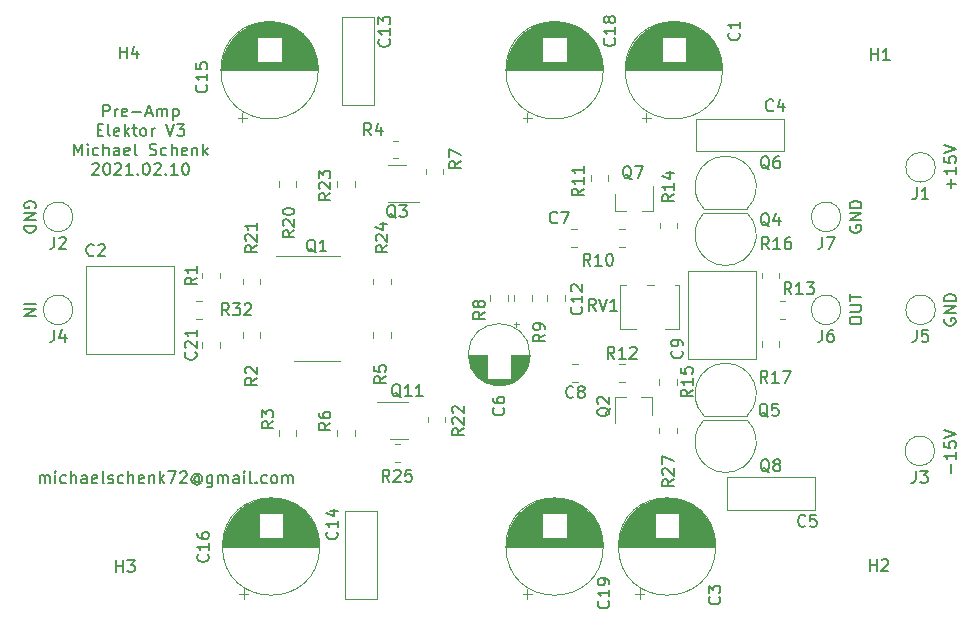
<source format=gbr>
G04 #@! TF.GenerationSoftware,KiCad,Pcbnew,(5.1.9-0-10_14)*
G04 #@! TF.CreationDate,2021-02-13T11:15:02+01:00*
G04 #@! TF.ProjectId,pre-amp-discret,7072652d-616d-4702-9d64-697363726574,rev?*
G04 #@! TF.SameCoordinates,Original*
G04 #@! TF.FileFunction,Legend,Top*
G04 #@! TF.FilePolarity,Positive*
%FSLAX46Y46*%
G04 Gerber Fmt 4.6, Leading zero omitted, Abs format (unit mm)*
G04 Created by KiCad (PCBNEW (5.1.9-0-10_14)) date 2021-02-13 11:15:02*
%MOMM*%
%LPD*%
G01*
G04 APERTURE LIST*
%ADD10C,0.150000*%
%ADD11C,0.120000*%
G04 APERTURE END LIST*
D10*
X200858428Y-135746904D02*
X200858428Y-134985000D01*
X201239380Y-133985000D02*
X201239380Y-134556428D01*
X201239380Y-134270714D02*
X200239380Y-134270714D01*
X200382238Y-134365952D01*
X200477476Y-134461190D01*
X200525095Y-134556428D01*
X200239380Y-133080238D02*
X200239380Y-133556428D01*
X200715571Y-133604047D01*
X200667952Y-133556428D01*
X200620333Y-133461190D01*
X200620333Y-133223095D01*
X200667952Y-133127857D01*
X200715571Y-133080238D01*
X200810809Y-133032619D01*
X201048904Y-133032619D01*
X201144142Y-133080238D01*
X201191761Y-133127857D01*
X201239380Y-133223095D01*
X201239380Y-133461190D01*
X201191761Y-133556428D01*
X201144142Y-133604047D01*
X200239380Y-132746904D02*
X201239380Y-132413571D01*
X200239380Y-132080238D01*
X123651714Y-136596380D02*
X123651714Y-135929714D01*
X123651714Y-136024952D02*
X123699333Y-135977333D01*
X123794571Y-135929714D01*
X123937428Y-135929714D01*
X124032666Y-135977333D01*
X124080285Y-136072571D01*
X124080285Y-136596380D01*
X124080285Y-136072571D02*
X124127904Y-135977333D01*
X124223142Y-135929714D01*
X124366000Y-135929714D01*
X124461238Y-135977333D01*
X124508857Y-136072571D01*
X124508857Y-136596380D01*
X124985047Y-136596380D02*
X124985047Y-135929714D01*
X124985047Y-135596380D02*
X124937428Y-135644000D01*
X124985047Y-135691619D01*
X125032666Y-135644000D01*
X124985047Y-135596380D01*
X124985047Y-135691619D01*
X125889809Y-136548761D02*
X125794571Y-136596380D01*
X125604095Y-136596380D01*
X125508857Y-136548761D01*
X125461238Y-136501142D01*
X125413619Y-136405904D01*
X125413619Y-136120190D01*
X125461238Y-136024952D01*
X125508857Y-135977333D01*
X125604095Y-135929714D01*
X125794571Y-135929714D01*
X125889809Y-135977333D01*
X126318380Y-136596380D02*
X126318380Y-135596380D01*
X126746952Y-136596380D02*
X126746952Y-136072571D01*
X126699333Y-135977333D01*
X126604095Y-135929714D01*
X126461238Y-135929714D01*
X126366000Y-135977333D01*
X126318380Y-136024952D01*
X127651714Y-136596380D02*
X127651714Y-136072571D01*
X127604095Y-135977333D01*
X127508857Y-135929714D01*
X127318380Y-135929714D01*
X127223142Y-135977333D01*
X127651714Y-136548761D02*
X127556476Y-136596380D01*
X127318380Y-136596380D01*
X127223142Y-136548761D01*
X127175523Y-136453523D01*
X127175523Y-136358285D01*
X127223142Y-136263047D01*
X127318380Y-136215428D01*
X127556476Y-136215428D01*
X127651714Y-136167809D01*
X128508857Y-136548761D02*
X128413619Y-136596380D01*
X128223142Y-136596380D01*
X128127904Y-136548761D01*
X128080285Y-136453523D01*
X128080285Y-136072571D01*
X128127904Y-135977333D01*
X128223142Y-135929714D01*
X128413619Y-135929714D01*
X128508857Y-135977333D01*
X128556476Y-136072571D01*
X128556476Y-136167809D01*
X128080285Y-136263047D01*
X129127904Y-136596380D02*
X129032666Y-136548761D01*
X128985047Y-136453523D01*
X128985047Y-135596380D01*
X129461238Y-136548761D02*
X129556476Y-136596380D01*
X129746952Y-136596380D01*
X129842190Y-136548761D01*
X129889809Y-136453523D01*
X129889809Y-136405904D01*
X129842190Y-136310666D01*
X129746952Y-136263047D01*
X129604095Y-136263047D01*
X129508857Y-136215428D01*
X129461238Y-136120190D01*
X129461238Y-136072571D01*
X129508857Y-135977333D01*
X129604095Y-135929714D01*
X129746952Y-135929714D01*
X129842190Y-135977333D01*
X130746952Y-136548761D02*
X130651714Y-136596380D01*
X130461238Y-136596380D01*
X130366000Y-136548761D01*
X130318380Y-136501142D01*
X130270761Y-136405904D01*
X130270761Y-136120190D01*
X130318380Y-136024952D01*
X130366000Y-135977333D01*
X130461238Y-135929714D01*
X130651714Y-135929714D01*
X130746952Y-135977333D01*
X131175523Y-136596380D02*
X131175523Y-135596380D01*
X131604095Y-136596380D02*
X131604095Y-136072571D01*
X131556476Y-135977333D01*
X131461238Y-135929714D01*
X131318380Y-135929714D01*
X131223142Y-135977333D01*
X131175523Y-136024952D01*
X132461238Y-136548761D02*
X132366000Y-136596380D01*
X132175523Y-136596380D01*
X132080285Y-136548761D01*
X132032666Y-136453523D01*
X132032666Y-136072571D01*
X132080285Y-135977333D01*
X132175523Y-135929714D01*
X132366000Y-135929714D01*
X132461238Y-135977333D01*
X132508857Y-136072571D01*
X132508857Y-136167809D01*
X132032666Y-136263047D01*
X132937428Y-135929714D02*
X132937428Y-136596380D01*
X132937428Y-136024952D02*
X132985047Y-135977333D01*
X133080285Y-135929714D01*
X133223142Y-135929714D01*
X133318380Y-135977333D01*
X133366000Y-136072571D01*
X133366000Y-136596380D01*
X133842190Y-136596380D02*
X133842190Y-135596380D01*
X133937428Y-136215428D02*
X134223142Y-136596380D01*
X134223142Y-135929714D02*
X133842190Y-136310666D01*
X134556476Y-135596380D02*
X135223142Y-135596380D01*
X134794571Y-136596380D01*
X135556476Y-135691619D02*
X135604095Y-135644000D01*
X135699333Y-135596380D01*
X135937428Y-135596380D01*
X136032666Y-135644000D01*
X136080285Y-135691619D01*
X136127904Y-135786857D01*
X136127904Y-135882095D01*
X136080285Y-136024952D01*
X135508857Y-136596380D01*
X136127904Y-136596380D01*
X137175523Y-136120190D02*
X137127904Y-136072571D01*
X137032666Y-136024952D01*
X136937428Y-136024952D01*
X136842190Y-136072571D01*
X136794571Y-136120190D01*
X136746952Y-136215428D01*
X136746952Y-136310666D01*
X136794571Y-136405904D01*
X136842190Y-136453523D01*
X136937428Y-136501142D01*
X137032666Y-136501142D01*
X137127904Y-136453523D01*
X137175523Y-136405904D01*
X137175523Y-136024952D02*
X137175523Y-136405904D01*
X137223142Y-136453523D01*
X137270761Y-136453523D01*
X137366000Y-136405904D01*
X137413619Y-136310666D01*
X137413619Y-136072571D01*
X137318380Y-135929714D01*
X137175523Y-135834476D01*
X136985047Y-135786857D01*
X136794571Y-135834476D01*
X136651714Y-135929714D01*
X136556476Y-136072571D01*
X136508857Y-136263047D01*
X136556476Y-136453523D01*
X136651714Y-136596380D01*
X136794571Y-136691619D01*
X136985047Y-136739238D01*
X137175523Y-136691619D01*
X137318380Y-136596380D01*
X138270761Y-135929714D02*
X138270761Y-136739238D01*
X138223142Y-136834476D01*
X138175523Y-136882095D01*
X138080285Y-136929714D01*
X137937428Y-136929714D01*
X137842190Y-136882095D01*
X138270761Y-136548761D02*
X138175523Y-136596380D01*
X137985047Y-136596380D01*
X137889809Y-136548761D01*
X137842190Y-136501142D01*
X137794571Y-136405904D01*
X137794571Y-136120190D01*
X137842190Y-136024952D01*
X137889809Y-135977333D01*
X137985047Y-135929714D01*
X138175523Y-135929714D01*
X138270761Y-135977333D01*
X138746952Y-136596380D02*
X138746952Y-135929714D01*
X138746952Y-136024952D02*
X138794571Y-135977333D01*
X138889809Y-135929714D01*
X139032666Y-135929714D01*
X139127904Y-135977333D01*
X139175523Y-136072571D01*
X139175523Y-136596380D01*
X139175523Y-136072571D02*
X139223142Y-135977333D01*
X139318380Y-135929714D01*
X139461238Y-135929714D01*
X139556476Y-135977333D01*
X139604095Y-136072571D01*
X139604095Y-136596380D01*
X140508857Y-136596380D02*
X140508857Y-136072571D01*
X140461238Y-135977333D01*
X140366000Y-135929714D01*
X140175523Y-135929714D01*
X140080285Y-135977333D01*
X140508857Y-136548761D02*
X140413619Y-136596380D01*
X140175523Y-136596380D01*
X140080285Y-136548761D01*
X140032666Y-136453523D01*
X140032666Y-136358285D01*
X140080285Y-136263047D01*
X140175523Y-136215428D01*
X140413619Y-136215428D01*
X140508857Y-136167809D01*
X140985047Y-136596380D02*
X140985047Y-135929714D01*
X140985047Y-135596380D02*
X140937428Y-135644000D01*
X140985047Y-135691619D01*
X141032666Y-135644000D01*
X140985047Y-135596380D01*
X140985047Y-135691619D01*
X141604095Y-136596380D02*
X141508857Y-136548761D01*
X141461238Y-136453523D01*
X141461238Y-135596380D01*
X141985047Y-136501142D02*
X142032666Y-136548761D01*
X141985047Y-136596380D01*
X141937428Y-136548761D01*
X141985047Y-136501142D01*
X141985047Y-136596380D01*
X142889809Y-136548761D02*
X142794571Y-136596380D01*
X142604095Y-136596380D01*
X142508857Y-136548761D01*
X142461238Y-136501142D01*
X142413619Y-136405904D01*
X142413619Y-136120190D01*
X142461238Y-136024952D01*
X142508857Y-135977333D01*
X142604095Y-135929714D01*
X142794571Y-135929714D01*
X142889809Y-135977333D01*
X143461238Y-136596380D02*
X143366000Y-136548761D01*
X143318380Y-136501142D01*
X143270761Y-136405904D01*
X143270761Y-136120190D01*
X143318380Y-136024952D01*
X143366000Y-135977333D01*
X143461238Y-135929714D01*
X143604095Y-135929714D01*
X143699333Y-135977333D01*
X143746952Y-136024952D01*
X143794571Y-136120190D01*
X143794571Y-136405904D01*
X143746952Y-136501142D01*
X143699333Y-136548761D01*
X143604095Y-136596380D01*
X143461238Y-136596380D01*
X144223142Y-136596380D02*
X144223142Y-135929714D01*
X144223142Y-136024952D02*
X144270761Y-135977333D01*
X144366000Y-135929714D01*
X144508857Y-135929714D01*
X144604095Y-135977333D01*
X144651714Y-136072571D01*
X144651714Y-136596380D01*
X144651714Y-136072571D02*
X144699333Y-135977333D01*
X144794571Y-135929714D01*
X144937428Y-135929714D01*
X145032666Y-135977333D01*
X145080285Y-136072571D01*
X145080285Y-136596380D01*
X129040333Y-105546380D02*
X129040333Y-104546380D01*
X129421285Y-104546380D01*
X129516523Y-104594000D01*
X129564142Y-104641619D01*
X129611761Y-104736857D01*
X129611761Y-104879714D01*
X129564142Y-104974952D01*
X129516523Y-105022571D01*
X129421285Y-105070190D01*
X129040333Y-105070190D01*
X130040333Y-105546380D02*
X130040333Y-104879714D01*
X130040333Y-105070190D02*
X130087952Y-104974952D01*
X130135571Y-104927333D01*
X130230809Y-104879714D01*
X130326047Y-104879714D01*
X131040333Y-105498761D02*
X130945095Y-105546380D01*
X130754619Y-105546380D01*
X130659380Y-105498761D01*
X130611761Y-105403523D01*
X130611761Y-105022571D01*
X130659380Y-104927333D01*
X130754619Y-104879714D01*
X130945095Y-104879714D01*
X131040333Y-104927333D01*
X131087952Y-105022571D01*
X131087952Y-105117809D01*
X130611761Y-105213047D01*
X131516523Y-105165428D02*
X132278428Y-105165428D01*
X132707000Y-105260666D02*
X133183190Y-105260666D01*
X132611761Y-105546380D02*
X132945095Y-104546380D01*
X133278428Y-105546380D01*
X133611761Y-105546380D02*
X133611761Y-104879714D01*
X133611761Y-104974952D02*
X133659380Y-104927333D01*
X133754619Y-104879714D01*
X133897476Y-104879714D01*
X133992714Y-104927333D01*
X134040333Y-105022571D01*
X134040333Y-105546380D01*
X134040333Y-105022571D02*
X134087952Y-104927333D01*
X134183190Y-104879714D01*
X134326047Y-104879714D01*
X134421285Y-104927333D01*
X134468904Y-105022571D01*
X134468904Y-105546380D01*
X134945095Y-104879714D02*
X134945095Y-105879714D01*
X134945095Y-104927333D02*
X135040333Y-104879714D01*
X135230809Y-104879714D01*
X135326047Y-104927333D01*
X135373666Y-104974952D01*
X135421285Y-105070190D01*
X135421285Y-105355904D01*
X135373666Y-105451142D01*
X135326047Y-105498761D01*
X135230809Y-105546380D01*
X135040333Y-105546380D01*
X134945095Y-105498761D01*
X128564142Y-106672571D02*
X128897476Y-106672571D01*
X129040333Y-107196380D02*
X128564142Y-107196380D01*
X128564142Y-106196380D01*
X129040333Y-106196380D01*
X129611761Y-107196380D02*
X129516523Y-107148761D01*
X129468904Y-107053523D01*
X129468904Y-106196380D01*
X130373666Y-107148761D02*
X130278428Y-107196380D01*
X130087952Y-107196380D01*
X129992714Y-107148761D01*
X129945095Y-107053523D01*
X129945095Y-106672571D01*
X129992714Y-106577333D01*
X130087952Y-106529714D01*
X130278428Y-106529714D01*
X130373666Y-106577333D01*
X130421285Y-106672571D01*
X130421285Y-106767809D01*
X129945095Y-106863047D01*
X130849857Y-107196380D02*
X130849857Y-106196380D01*
X130945095Y-106815428D02*
X131230809Y-107196380D01*
X131230809Y-106529714D02*
X130849857Y-106910666D01*
X131516523Y-106529714D02*
X131897476Y-106529714D01*
X131659380Y-106196380D02*
X131659380Y-107053523D01*
X131707000Y-107148761D01*
X131802238Y-107196380D01*
X131897476Y-107196380D01*
X132373666Y-107196380D02*
X132278428Y-107148761D01*
X132230809Y-107101142D01*
X132183190Y-107005904D01*
X132183190Y-106720190D01*
X132230809Y-106624952D01*
X132278428Y-106577333D01*
X132373666Y-106529714D01*
X132516523Y-106529714D01*
X132611761Y-106577333D01*
X132659380Y-106624952D01*
X132707000Y-106720190D01*
X132707000Y-107005904D01*
X132659380Y-107101142D01*
X132611761Y-107148761D01*
X132516523Y-107196380D01*
X132373666Y-107196380D01*
X133135571Y-107196380D02*
X133135571Y-106529714D01*
X133135571Y-106720190D02*
X133183190Y-106624952D01*
X133230809Y-106577333D01*
X133326047Y-106529714D01*
X133421285Y-106529714D01*
X134373666Y-106196380D02*
X134707000Y-107196380D01*
X135040333Y-106196380D01*
X135278428Y-106196380D02*
X135897476Y-106196380D01*
X135564142Y-106577333D01*
X135707000Y-106577333D01*
X135802238Y-106624952D01*
X135849857Y-106672571D01*
X135897476Y-106767809D01*
X135897476Y-107005904D01*
X135849857Y-107101142D01*
X135802238Y-107148761D01*
X135707000Y-107196380D01*
X135421285Y-107196380D01*
X135326047Y-107148761D01*
X135278428Y-107101142D01*
X126587952Y-108846380D02*
X126587952Y-107846380D01*
X126921285Y-108560666D01*
X127254619Y-107846380D01*
X127254619Y-108846380D01*
X127730809Y-108846380D02*
X127730809Y-108179714D01*
X127730809Y-107846380D02*
X127683190Y-107894000D01*
X127730809Y-107941619D01*
X127778428Y-107894000D01*
X127730809Y-107846380D01*
X127730809Y-107941619D01*
X128635571Y-108798761D02*
X128540333Y-108846380D01*
X128349857Y-108846380D01*
X128254619Y-108798761D01*
X128207000Y-108751142D01*
X128159380Y-108655904D01*
X128159380Y-108370190D01*
X128207000Y-108274952D01*
X128254619Y-108227333D01*
X128349857Y-108179714D01*
X128540333Y-108179714D01*
X128635571Y-108227333D01*
X129064142Y-108846380D02*
X129064142Y-107846380D01*
X129492714Y-108846380D02*
X129492714Y-108322571D01*
X129445095Y-108227333D01*
X129349857Y-108179714D01*
X129207000Y-108179714D01*
X129111761Y-108227333D01*
X129064142Y-108274952D01*
X130397476Y-108846380D02*
X130397476Y-108322571D01*
X130349857Y-108227333D01*
X130254619Y-108179714D01*
X130064142Y-108179714D01*
X129968904Y-108227333D01*
X130397476Y-108798761D02*
X130302238Y-108846380D01*
X130064142Y-108846380D01*
X129968904Y-108798761D01*
X129921285Y-108703523D01*
X129921285Y-108608285D01*
X129968904Y-108513047D01*
X130064142Y-108465428D01*
X130302238Y-108465428D01*
X130397476Y-108417809D01*
X131254619Y-108798761D02*
X131159380Y-108846380D01*
X130968904Y-108846380D01*
X130873666Y-108798761D01*
X130826047Y-108703523D01*
X130826047Y-108322571D01*
X130873666Y-108227333D01*
X130968904Y-108179714D01*
X131159380Y-108179714D01*
X131254619Y-108227333D01*
X131302238Y-108322571D01*
X131302238Y-108417809D01*
X130826047Y-108513047D01*
X131873666Y-108846380D02*
X131778428Y-108798761D01*
X131730809Y-108703523D01*
X131730809Y-107846380D01*
X132968904Y-108798761D02*
X133111761Y-108846380D01*
X133349857Y-108846380D01*
X133445095Y-108798761D01*
X133492714Y-108751142D01*
X133540333Y-108655904D01*
X133540333Y-108560666D01*
X133492714Y-108465428D01*
X133445095Y-108417809D01*
X133349857Y-108370190D01*
X133159380Y-108322571D01*
X133064142Y-108274952D01*
X133016523Y-108227333D01*
X132968904Y-108132095D01*
X132968904Y-108036857D01*
X133016523Y-107941619D01*
X133064142Y-107894000D01*
X133159380Y-107846380D01*
X133397476Y-107846380D01*
X133540333Y-107894000D01*
X134397476Y-108798761D02*
X134302238Y-108846380D01*
X134111761Y-108846380D01*
X134016523Y-108798761D01*
X133968904Y-108751142D01*
X133921285Y-108655904D01*
X133921285Y-108370190D01*
X133968904Y-108274952D01*
X134016523Y-108227333D01*
X134111761Y-108179714D01*
X134302238Y-108179714D01*
X134397476Y-108227333D01*
X134826047Y-108846380D02*
X134826047Y-107846380D01*
X135254619Y-108846380D02*
X135254619Y-108322571D01*
X135207000Y-108227333D01*
X135111761Y-108179714D01*
X134968904Y-108179714D01*
X134873666Y-108227333D01*
X134826047Y-108274952D01*
X136111761Y-108798761D02*
X136016523Y-108846380D01*
X135826047Y-108846380D01*
X135730809Y-108798761D01*
X135683190Y-108703523D01*
X135683190Y-108322571D01*
X135730809Y-108227333D01*
X135826047Y-108179714D01*
X136016523Y-108179714D01*
X136111761Y-108227333D01*
X136159380Y-108322571D01*
X136159380Y-108417809D01*
X135683190Y-108513047D01*
X136587952Y-108179714D02*
X136587952Y-108846380D01*
X136587952Y-108274952D02*
X136635571Y-108227333D01*
X136730809Y-108179714D01*
X136873666Y-108179714D01*
X136968904Y-108227333D01*
X137016523Y-108322571D01*
X137016523Y-108846380D01*
X137492714Y-108846380D02*
X137492714Y-107846380D01*
X137587952Y-108465428D02*
X137873666Y-108846380D01*
X137873666Y-108179714D02*
X137492714Y-108560666D01*
X128111761Y-109591619D02*
X128159380Y-109544000D01*
X128254619Y-109496380D01*
X128492714Y-109496380D01*
X128587952Y-109544000D01*
X128635571Y-109591619D01*
X128683190Y-109686857D01*
X128683190Y-109782095D01*
X128635571Y-109924952D01*
X128064142Y-110496380D01*
X128683190Y-110496380D01*
X129302238Y-109496380D02*
X129397476Y-109496380D01*
X129492714Y-109544000D01*
X129540333Y-109591619D01*
X129587952Y-109686857D01*
X129635571Y-109877333D01*
X129635571Y-110115428D01*
X129587952Y-110305904D01*
X129540333Y-110401142D01*
X129492714Y-110448761D01*
X129397476Y-110496380D01*
X129302238Y-110496380D01*
X129207000Y-110448761D01*
X129159380Y-110401142D01*
X129111761Y-110305904D01*
X129064142Y-110115428D01*
X129064142Y-109877333D01*
X129111761Y-109686857D01*
X129159380Y-109591619D01*
X129207000Y-109544000D01*
X129302238Y-109496380D01*
X130016523Y-109591619D02*
X130064142Y-109544000D01*
X130159380Y-109496380D01*
X130397476Y-109496380D01*
X130492714Y-109544000D01*
X130540333Y-109591619D01*
X130587952Y-109686857D01*
X130587952Y-109782095D01*
X130540333Y-109924952D01*
X129968904Y-110496380D01*
X130587952Y-110496380D01*
X131540333Y-110496380D02*
X130968904Y-110496380D01*
X131254619Y-110496380D02*
X131254619Y-109496380D01*
X131159380Y-109639238D01*
X131064142Y-109734476D01*
X130968904Y-109782095D01*
X131968904Y-110401142D02*
X132016523Y-110448761D01*
X131968904Y-110496380D01*
X131921285Y-110448761D01*
X131968904Y-110401142D01*
X131968904Y-110496380D01*
X132635571Y-109496380D02*
X132730809Y-109496380D01*
X132826047Y-109544000D01*
X132873666Y-109591619D01*
X132921285Y-109686857D01*
X132968904Y-109877333D01*
X132968904Y-110115428D01*
X132921285Y-110305904D01*
X132873666Y-110401142D01*
X132826047Y-110448761D01*
X132730809Y-110496380D01*
X132635571Y-110496380D01*
X132540333Y-110448761D01*
X132492714Y-110401142D01*
X132445095Y-110305904D01*
X132397476Y-110115428D01*
X132397476Y-109877333D01*
X132445095Y-109686857D01*
X132492714Y-109591619D01*
X132540333Y-109544000D01*
X132635571Y-109496380D01*
X133349857Y-109591619D02*
X133397476Y-109544000D01*
X133492714Y-109496380D01*
X133730809Y-109496380D01*
X133826047Y-109544000D01*
X133873666Y-109591619D01*
X133921285Y-109686857D01*
X133921285Y-109782095D01*
X133873666Y-109924952D01*
X133302238Y-110496380D01*
X133921285Y-110496380D01*
X134349857Y-110401142D02*
X134397476Y-110448761D01*
X134349857Y-110496380D01*
X134302238Y-110448761D01*
X134349857Y-110401142D01*
X134349857Y-110496380D01*
X135349857Y-110496380D02*
X134778428Y-110496380D01*
X135064142Y-110496380D02*
X135064142Y-109496380D01*
X134968904Y-109639238D01*
X134873666Y-109734476D01*
X134778428Y-109782095D01*
X135968904Y-109496380D02*
X136064142Y-109496380D01*
X136159380Y-109544000D01*
X136207000Y-109591619D01*
X136254619Y-109686857D01*
X136302238Y-109877333D01*
X136302238Y-110115428D01*
X136254619Y-110305904D01*
X136207000Y-110401142D01*
X136159380Y-110448761D01*
X136064142Y-110496380D01*
X135968904Y-110496380D01*
X135873666Y-110448761D01*
X135826047Y-110401142D01*
X135778428Y-110305904D01*
X135730809Y-110115428D01*
X135730809Y-109877333D01*
X135778428Y-109686857D01*
X135826047Y-109591619D01*
X135873666Y-109544000D01*
X135968904Y-109496380D01*
X192286000Y-114807904D02*
X192238380Y-114903142D01*
X192238380Y-115046000D01*
X192286000Y-115188857D01*
X192381238Y-115284095D01*
X192476476Y-115331714D01*
X192666952Y-115379333D01*
X192809809Y-115379333D01*
X193000285Y-115331714D01*
X193095523Y-115284095D01*
X193190761Y-115188857D01*
X193238380Y-115046000D01*
X193238380Y-114950761D01*
X193190761Y-114807904D01*
X193143142Y-114760285D01*
X192809809Y-114760285D01*
X192809809Y-114950761D01*
X193238380Y-114331714D02*
X192238380Y-114331714D01*
X193238380Y-113760285D01*
X192238380Y-113760285D01*
X193238380Y-113284095D02*
X192238380Y-113284095D01*
X192238380Y-113046000D01*
X192286000Y-112903142D01*
X192381238Y-112807904D01*
X192476476Y-112760285D01*
X192666952Y-112712666D01*
X192809809Y-112712666D01*
X193000285Y-112760285D01*
X193095523Y-112807904D01*
X193190761Y-112903142D01*
X193238380Y-113046000D01*
X193238380Y-113284095D01*
X192238380Y-122920000D02*
X192238380Y-122729523D01*
X192286000Y-122634285D01*
X192381238Y-122539047D01*
X192571714Y-122491428D01*
X192905047Y-122491428D01*
X193095523Y-122539047D01*
X193190761Y-122634285D01*
X193238380Y-122729523D01*
X193238380Y-122920000D01*
X193190761Y-123015238D01*
X193095523Y-123110476D01*
X192905047Y-123158095D01*
X192571714Y-123158095D01*
X192381238Y-123110476D01*
X192286000Y-123015238D01*
X192238380Y-122920000D01*
X192238380Y-122062857D02*
X193047904Y-122062857D01*
X193143142Y-122015238D01*
X193190761Y-121967619D01*
X193238380Y-121872380D01*
X193238380Y-121681904D01*
X193190761Y-121586666D01*
X193143142Y-121539047D01*
X193047904Y-121491428D01*
X192238380Y-121491428D01*
X192238380Y-121158095D02*
X192238380Y-120586666D01*
X193238380Y-120872380D02*
X192238380Y-120872380D01*
X123309000Y-113284095D02*
X123356619Y-113188857D01*
X123356619Y-113046000D01*
X123309000Y-112903142D01*
X123213761Y-112807904D01*
X123118523Y-112760285D01*
X122928047Y-112712666D01*
X122785190Y-112712666D01*
X122594714Y-112760285D01*
X122499476Y-112807904D01*
X122404238Y-112903142D01*
X122356619Y-113046000D01*
X122356619Y-113141238D01*
X122404238Y-113284095D01*
X122451857Y-113331714D01*
X122785190Y-113331714D01*
X122785190Y-113141238D01*
X122356619Y-113760285D02*
X123356619Y-113760285D01*
X122356619Y-114331714D01*
X123356619Y-114331714D01*
X122356619Y-114807904D02*
X123356619Y-114807904D01*
X123356619Y-115046000D01*
X123309000Y-115188857D01*
X123213761Y-115284095D01*
X123118523Y-115331714D01*
X122928047Y-115379333D01*
X122785190Y-115379333D01*
X122594714Y-115331714D01*
X122499476Y-115284095D01*
X122404238Y-115188857D01*
X122356619Y-115046000D01*
X122356619Y-114807904D01*
X122356619Y-121396190D02*
X123356619Y-121396190D01*
X122356619Y-121872380D02*
X123356619Y-121872380D01*
X122356619Y-122443809D01*
X123356619Y-122443809D01*
X200287000Y-122681904D02*
X200239380Y-122777142D01*
X200239380Y-122920000D01*
X200287000Y-123062857D01*
X200382238Y-123158095D01*
X200477476Y-123205714D01*
X200667952Y-123253333D01*
X200810809Y-123253333D01*
X201001285Y-123205714D01*
X201096523Y-123158095D01*
X201191761Y-123062857D01*
X201239380Y-122920000D01*
X201239380Y-122824761D01*
X201191761Y-122681904D01*
X201144142Y-122634285D01*
X200810809Y-122634285D01*
X200810809Y-122824761D01*
X201239380Y-122205714D02*
X200239380Y-122205714D01*
X201239380Y-121634285D01*
X200239380Y-121634285D01*
X201239380Y-121158095D02*
X200239380Y-121158095D01*
X200239380Y-120920000D01*
X200287000Y-120777142D01*
X200382238Y-120681904D01*
X200477476Y-120634285D01*
X200667952Y-120586666D01*
X200810809Y-120586666D01*
X201001285Y-120634285D01*
X201096523Y-120681904D01*
X201191761Y-120777142D01*
X201239380Y-120920000D01*
X201239380Y-121158095D01*
X200858428Y-111616904D02*
X200858428Y-110855000D01*
X201239380Y-111235952D02*
X200477476Y-111235952D01*
X201239380Y-109855000D02*
X201239380Y-110426428D01*
X201239380Y-110140714D02*
X200239380Y-110140714D01*
X200382238Y-110235952D01*
X200477476Y-110331190D01*
X200525095Y-110426428D01*
X200239380Y-108950238D02*
X200239380Y-109426428D01*
X200715571Y-109474047D01*
X200667952Y-109426428D01*
X200620333Y-109331190D01*
X200620333Y-109093095D01*
X200667952Y-108997857D01*
X200715571Y-108950238D01*
X200810809Y-108902619D01*
X201048904Y-108902619D01*
X201144142Y-108950238D01*
X201191761Y-108997857D01*
X201239380Y-109093095D01*
X201239380Y-109331190D01*
X201191761Y-109426428D01*
X201144142Y-109474047D01*
X200239380Y-108616904D02*
X201239380Y-108283571D01*
X200239380Y-107950238D01*
D11*
X147131000Y-117358000D02*
X143681000Y-117358000D01*
X147131000Y-117358000D02*
X149081000Y-117358000D01*
X147131000Y-126228000D02*
X145181000Y-126228000D01*
X147131000Y-126228000D02*
X149081000Y-126228000D01*
X177420000Y-119806000D02*
X177800000Y-119806000D01*
X172760000Y-119806000D02*
X173341000Y-119806000D01*
X175120000Y-119806000D02*
X175640000Y-119806000D01*
X172760000Y-123546000D02*
X174140000Y-123546000D01*
X176620000Y-123546000D02*
X177800000Y-123546000D01*
X172760000Y-119806000D02*
X172760000Y-123546000D01*
X177800000Y-119806000D02*
X177800000Y-123546000D01*
X137441000Y-119242064D02*
X137441000Y-118787936D01*
X138911000Y-119242064D02*
X138911000Y-118787936D01*
X137387064Y-122655000D02*
X136932936Y-122655000D01*
X137387064Y-121185000D02*
X136932936Y-121185000D01*
X137441000Y-125123752D02*
X137441000Y-124601248D01*
X138911000Y-125123752D02*
X138911000Y-124601248D01*
X145388000Y-132122936D02*
X145388000Y-132577064D01*
X143918000Y-132122936D02*
X143918000Y-132577064D01*
X163295000Y-120692936D02*
X163295000Y-121147064D01*
X161825000Y-120692936D02*
X161825000Y-121147064D01*
X169276752Y-127989000D02*
X168754248Y-127989000D01*
X169276752Y-126519000D02*
X168754248Y-126519000D01*
X168627248Y-115089000D02*
X169149752Y-115089000D01*
X168627248Y-116559000D02*
X169149752Y-116559000D01*
X179247000Y-108494500D02*
X179247000Y-105754500D01*
X186687000Y-108494500D02*
X186687000Y-105754500D01*
X186687000Y-105754500D02*
X179247000Y-105754500D01*
X186687000Y-108494500D02*
X179247000Y-108494500D01*
X178549500Y-118604500D02*
X184289500Y-118604500D01*
X178549500Y-126044500D02*
X184289500Y-126044500D01*
X184289500Y-126044500D02*
X184289500Y-118604500D01*
X178549500Y-126044500D02*
X178549500Y-118604500D01*
X184812000Y-124597936D02*
X184812000Y-125052064D01*
X186282000Y-124597936D02*
X186282000Y-125052064D01*
X184812000Y-118787936D02*
X184812000Y-119242064D01*
X186282000Y-118787936D02*
X186282000Y-119242064D01*
X176112500Y-127804936D02*
X176112500Y-128259064D01*
X177582500Y-127804936D02*
X177582500Y-128259064D01*
X176176000Y-114564936D02*
X176176000Y-115019064D01*
X177646000Y-114564936D02*
X177646000Y-115019064D01*
X172730936Y-127989000D02*
X173185064Y-127989000D01*
X172730936Y-126519000D02*
X173185064Y-126519000D01*
X173185064Y-115089000D02*
X172730936Y-115089000D01*
X173185064Y-116559000D02*
X172730936Y-116559000D01*
X183537000Y-131246000D02*
X179937000Y-131246000D01*
X179898522Y-131257522D02*
G75*
G03*
X181737000Y-135696000I1838478J-1838478D01*
G01*
X183575478Y-131257522D02*
G75*
G02*
X181737000Y-135696000I-1838478J-1838478D01*
G01*
X179937000Y-113356000D02*
X183537000Y-113356000D01*
X183575478Y-113344478D02*
G75*
G03*
X181737000Y-108906000I-1838478J1838478D01*
G01*
X179898522Y-113344478D02*
G75*
G02*
X181737000Y-108906000I1838478J1838478D01*
G01*
X179937000Y-130882000D02*
X183537000Y-130882000D01*
X183575478Y-130870478D02*
G75*
G03*
X181737000Y-126432000I-1838478J1838478D01*
G01*
X179898522Y-130870478D02*
G75*
G02*
X181737000Y-126432000I1838478J1838478D01*
G01*
X183537000Y-113720000D02*
X179937000Y-113720000D01*
X179898522Y-113731522D02*
G75*
G03*
X181737000Y-118170000I1838478J-1838478D01*
G01*
X183575478Y-113731522D02*
G75*
G02*
X181737000Y-118170000I-1838478J-1838478D01*
G01*
X175506500Y-129335500D02*
X175506500Y-130795500D01*
X172346500Y-129335500D02*
X172346500Y-131495500D01*
X172346500Y-129335500D02*
X173276500Y-129335500D01*
X175506500Y-129335500D02*
X174576500Y-129335500D01*
X153918500Y-109638700D02*
X153168500Y-109638700D01*
X153918500Y-109638700D02*
X154668500Y-109638700D01*
X153918500Y-112758700D02*
X153168500Y-112758700D01*
X153918500Y-112758700D02*
X155768500Y-112758700D01*
X154104300Y-132824700D02*
X154854300Y-132824700D01*
X154104300Y-132824700D02*
X153354300Y-132824700D01*
X154104300Y-129704700D02*
X154854300Y-129704700D01*
X154104300Y-129704700D02*
X152254300Y-129704700D01*
X181475500Y-101628000D02*
G75*
G03*
X181475500Y-101628000I-4120000J0D01*
G01*
X173275500Y-101628000D02*
X181435500Y-101628000D01*
X173275500Y-101588000D02*
X181435500Y-101588000D01*
X173275500Y-101548000D02*
X181435500Y-101548000D01*
X173276500Y-101508000D02*
X181434500Y-101508000D01*
X173278500Y-101468000D02*
X181432500Y-101468000D01*
X173279500Y-101428000D02*
X181431500Y-101428000D01*
X173281500Y-101388000D02*
X181429500Y-101388000D01*
X173284500Y-101348000D02*
X181426500Y-101348000D01*
X173287500Y-101308000D02*
X181423500Y-101308000D01*
X173290500Y-101268000D02*
X181420500Y-101268000D01*
X173294500Y-101228000D02*
X181416500Y-101228000D01*
X173298500Y-101188000D02*
X181412500Y-101188000D01*
X173303500Y-101148000D02*
X181407500Y-101148000D01*
X173307500Y-101108000D02*
X181403500Y-101108000D01*
X173313500Y-101068000D02*
X181397500Y-101068000D01*
X173318500Y-101028000D02*
X181392500Y-101028000D01*
X173325500Y-100988000D02*
X181385500Y-100988000D01*
X173331500Y-100948000D02*
X181379500Y-100948000D01*
X173338500Y-100907000D02*
X176315500Y-100907000D01*
X178395500Y-100907000D02*
X181372500Y-100907000D01*
X173345500Y-100867000D02*
X176315500Y-100867000D01*
X178395500Y-100867000D02*
X181365500Y-100867000D01*
X173353500Y-100827000D02*
X176315500Y-100827000D01*
X178395500Y-100827000D02*
X181357500Y-100827000D01*
X173361500Y-100787000D02*
X176315500Y-100787000D01*
X178395500Y-100787000D02*
X181349500Y-100787000D01*
X173370500Y-100747000D02*
X176315500Y-100747000D01*
X178395500Y-100747000D02*
X181340500Y-100747000D01*
X173379500Y-100707000D02*
X176315500Y-100707000D01*
X178395500Y-100707000D02*
X181331500Y-100707000D01*
X173388500Y-100667000D02*
X176315500Y-100667000D01*
X178395500Y-100667000D02*
X181322500Y-100667000D01*
X173398500Y-100627000D02*
X176315500Y-100627000D01*
X178395500Y-100627000D02*
X181312500Y-100627000D01*
X173408500Y-100587000D02*
X176315500Y-100587000D01*
X178395500Y-100587000D02*
X181302500Y-100587000D01*
X173419500Y-100547000D02*
X176315500Y-100547000D01*
X178395500Y-100547000D02*
X181291500Y-100547000D01*
X173430500Y-100507000D02*
X176315500Y-100507000D01*
X178395500Y-100507000D02*
X181280500Y-100507000D01*
X173441500Y-100467000D02*
X176315500Y-100467000D01*
X178395500Y-100467000D02*
X181269500Y-100467000D01*
X173453500Y-100427000D02*
X176315500Y-100427000D01*
X178395500Y-100427000D02*
X181257500Y-100427000D01*
X173466500Y-100387000D02*
X176315500Y-100387000D01*
X178395500Y-100387000D02*
X181244500Y-100387000D01*
X173478500Y-100347000D02*
X176315500Y-100347000D01*
X178395500Y-100347000D02*
X181232500Y-100347000D01*
X173492500Y-100307000D02*
X176315500Y-100307000D01*
X178395500Y-100307000D02*
X181218500Y-100307000D01*
X173505500Y-100267000D02*
X176315500Y-100267000D01*
X178395500Y-100267000D02*
X181205500Y-100267000D01*
X173520500Y-100227000D02*
X176315500Y-100227000D01*
X178395500Y-100227000D02*
X181190500Y-100227000D01*
X173534500Y-100187000D02*
X176315500Y-100187000D01*
X178395500Y-100187000D02*
X181176500Y-100187000D01*
X173550500Y-100147000D02*
X176315500Y-100147000D01*
X178395500Y-100147000D02*
X181160500Y-100147000D01*
X173565500Y-100107000D02*
X176315500Y-100107000D01*
X178395500Y-100107000D02*
X181145500Y-100107000D01*
X173581500Y-100067000D02*
X176315500Y-100067000D01*
X178395500Y-100067000D02*
X181129500Y-100067000D01*
X173598500Y-100027000D02*
X176315500Y-100027000D01*
X178395500Y-100027000D02*
X181112500Y-100027000D01*
X173615500Y-99987000D02*
X176315500Y-99987000D01*
X178395500Y-99987000D02*
X181095500Y-99987000D01*
X173633500Y-99947000D02*
X176315500Y-99947000D01*
X178395500Y-99947000D02*
X181077500Y-99947000D01*
X173651500Y-99907000D02*
X176315500Y-99907000D01*
X178395500Y-99907000D02*
X181059500Y-99907000D01*
X173669500Y-99867000D02*
X176315500Y-99867000D01*
X178395500Y-99867000D02*
X181041500Y-99867000D01*
X173689500Y-99827000D02*
X176315500Y-99827000D01*
X178395500Y-99827000D02*
X181021500Y-99827000D01*
X173708500Y-99787000D02*
X176315500Y-99787000D01*
X178395500Y-99787000D02*
X181002500Y-99787000D01*
X173728500Y-99747000D02*
X176315500Y-99747000D01*
X178395500Y-99747000D02*
X180982500Y-99747000D01*
X173749500Y-99707000D02*
X176315500Y-99707000D01*
X178395500Y-99707000D02*
X180961500Y-99707000D01*
X173771500Y-99667000D02*
X176315500Y-99667000D01*
X178395500Y-99667000D02*
X180939500Y-99667000D01*
X173793500Y-99627000D02*
X176315500Y-99627000D01*
X178395500Y-99627000D02*
X180917500Y-99627000D01*
X173815500Y-99587000D02*
X176315500Y-99587000D01*
X178395500Y-99587000D02*
X180895500Y-99587000D01*
X173838500Y-99547000D02*
X176315500Y-99547000D01*
X178395500Y-99547000D02*
X180872500Y-99547000D01*
X173862500Y-99507000D02*
X176315500Y-99507000D01*
X178395500Y-99507000D02*
X180848500Y-99507000D01*
X173886500Y-99467000D02*
X176315500Y-99467000D01*
X178395500Y-99467000D02*
X180824500Y-99467000D01*
X173911500Y-99427000D02*
X176315500Y-99427000D01*
X178395500Y-99427000D02*
X180799500Y-99427000D01*
X173937500Y-99387000D02*
X176315500Y-99387000D01*
X178395500Y-99387000D02*
X180773500Y-99387000D01*
X173963500Y-99347000D02*
X176315500Y-99347000D01*
X178395500Y-99347000D02*
X180747500Y-99347000D01*
X173990500Y-99307000D02*
X176315500Y-99307000D01*
X178395500Y-99307000D02*
X180720500Y-99307000D01*
X174017500Y-99267000D02*
X176315500Y-99267000D01*
X178395500Y-99267000D02*
X180693500Y-99267000D01*
X174046500Y-99227000D02*
X176315500Y-99227000D01*
X178395500Y-99227000D02*
X180664500Y-99227000D01*
X174075500Y-99187000D02*
X176315500Y-99187000D01*
X178395500Y-99187000D02*
X180635500Y-99187000D01*
X174105500Y-99147000D02*
X176315500Y-99147000D01*
X178395500Y-99147000D02*
X180605500Y-99147000D01*
X174135500Y-99107000D02*
X176315500Y-99107000D01*
X178395500Y-99107000D02*
X180575500Y-99107000D01*
X174166500Y-99067000D02*
X176315500Y-99067000D01*
X178395500Y-99067000D02*
X180544500Y-99067000D01*
X174199500Y-99027000D02*
X176315500Y-99027000D01*
X178395500Y-99027000D02*
X180511500Y-99027000D01*
X174231500Y-98987000D02*
X176315500Y-98987000D01*
X178395500Y-98987000D02*
X180479500Y-98987000D01*
X174265500Y-98947000D02*
X176315500Y-98947000D01*
X178395500Y-98947000D02*
X180445500Y-98947000D01*
X174300500Y-98907000D02*
X176315500Y-98907000D01*
X178395500Y-98907000D02*
X180410500Y-98907000D01*
X174336500Y-98867000D02*
X176315500Y-98867000D01*
X178395500Y-98867000D02*
X180374500Y-98867000D01*
X174372500Y-98827000D02*
X180338500Y-98827000D01*
X174410500Y-98787000D02*
X180300500Y-98787000D01*
X174448500Y-98747000D02*
X180262500Y-98747000D01*
X174488500Y-98707000D02*
X180222500Y-98707000D01*
X174529500Y-98667000D02*
X180181500Y-98667000D01*
X174571500Y-98627000D02*
X180139500Y-98627000D01*
X174614500Y-98587000D02*
X180096500Y-98587000D01*
X174658500Y-98547000D02*
X180052500Y-98547000D01*
X174704500Y-98507000D02*
X180006500Y-98507000D01*
X174751500Y-98467000D02*
X179959500Y-98467000D01*
X174799500Y-98427000D02*
X179911500Y-98427000D01*
X174850500Y-98387000D02*
X179860500Y-98387000D01*
X174901500Y-98347000D02*
X179809500Y-98347000D01*
X174955500Y-98307000D02*
X179755500Y-98307000D01*
X175010500Y-98267000D02*
X179700500Y-98267000D01*
X175068500Y-98227000D02*
X179642500Y-98227000D01*
X175127500Y-98187000D02*
X179583500Y-98187000D01*
X175189500Y-98147000D02*
X179521500Y-98147000D01*
X175253500Y-98107000D02*
X179457500Y-98107000D01*
X175321500Y-98067000D02*
X179389500Y-98067000D01*
X175391500Y-98027000D02*
X179319500Y-98027000D01*
X175465500Y-97987000D02*
X179245500Y-97987000D01*
X175542500Y-97947000D02*
X179168500Y-97947000D01*
X175624500Y-97907000D02*
X179086500Y-97907000D01*
X175710500Y-97867000D02*
X179000500Y-97867000D01*
X175803500Y-97827000D02*
X178907500Y-97827000D01*
X175902500Y-97787000D02*
X178808500Y-97787000D01*
X176009500Y-97747000D02*
X178701500Y-97747000D01*
X176126500Y-97707000D02*
X178584500Y-97707000D01*
X176257500Y-97667000D02*
X178453500Y-97667000D01*
X176407500Y-97627000D02*
X178303500Y-97627000D01*
X176587500Y-97587000D02*
X178123500Y-97587000D01*
X176822500Y-97547000D02*
X177888500Y-97547000D01*
X175040500Y-106037698D02*
X175040500Y-105237698D01*
X174640500Y-105637698D02*
X175440500Y-105637698D01*
X164544000Y-145967698D02*
X165344000Y-145967698D01*
X164944000Y-146367698D02*
X164944000Y-145567698D01*
X166726000Y-137877000D02*
X167792000Y-137877000D01*
X166491000Y-137917000D02*
X168027000Y-137917000D01*
X166311000Y-137957000D02*
X168207000Y-137957000D01*
X166161000Y-137997000D02*
X168357000Y-137997000D01*
X166030000Y-138037000D02*
X168488000Y-138037000D01*
X165913000Y-138077000D02*
X168605000Y-138077000D01*
X165806000Y-138117000D02*
X168712000Y-138117000D01*
X165707000Y-138157000D02*
X168811000Y-138157000D01*
X165614000Y-138197000D02*
X168904000Y-138197000D01*
X165528000Y-138237000D02*
X168990000Y-138237000D01*
X165446000Y-138277000D02*
X169072000Y-138277000D01*
X165369000Y-138317000D02*
X169149000Y-138317000D01*
X165295000Y-138357000D02*
X169223000Y-138357000D01*
X165225000Y-138397000D02*
X169293000Y-138397000D01*
X165157000Y-138437000D02*
X169361000Y-138437000D01*
X165093000Y-138477000D02*
X169425000Y-138477000D01*
X165031000Y-138517000D02*
X169487000Y-138517000D01*
X164972000Y-138557000D02*
X169546000Y-138557000D01*
X164914000Y-138597000D02*
X169604000Y-138597000D01*
X164859000Y-138637000D02*
X169659000Y-138637000D01*
X164805000Y-138677000D02*
X169713000Y-138677000D01*
X164754000Y-138717000D02*
X169764000Y-138717000D01*
X164703000Y-138757000D02*
X169815000Y-138757000D01*
X164655000Y-138797000D02*
X169863000Y-138797000D01*
X164608000Y-138837000D02*
X169910000Y-138837000D01*
X164562000Y-138877000D02*
X169956000Y-138877000D01*
X164518000Y-138917000D02*
X170000000Y-138917000D01*
X164475000Y-138957000D02*
X170043000Y-138957000D01*
X164433000Y-138997000D02*
X170085000Y-138997000D01*
X164392000Y-139037000D02*
X170126000Y-139037000D01*
X164352000Y-139077000D02*
X170166000Y-139077000D01*
X164314000Y-139117000D02*
X170204000Y-139117000D01*
X164276000Y-139157000D02*
X170242000Y-139157000D01*
X168299000Y-139197000D02*
X170278000Y-139197000D01*
X164240000Y-139197000D02*
X166219000Y-139197000D01*
X168299000Y-139237000D02*
X170314000Y-139237000D01*
X164204000Y-139237000D02*
X166219000Y-139237000D01*
X168299000Y-139277000D02*
X170349000Y-139277000D01*
X164169000Y-139277000D02*
X166219000Y-139277000D01*
X168299000Y-139317000D02*
X170383000Y-139317000D01*
X164135000Y-139317000D02*
X166219000Y-139317000D01*
X168299000Y-139357000D02*
X170415000Y-139357000D01*
X164103000Y-139357000D02*
X166219000Y-139357000D01*
X168299000Y-139397000D02*
X170448000Y-139397000D01*
X164070000Y-139397000D02*
X166219000Y-139397000D01*
X168299000Y-139437000D02*
X170479000Y-139437000D01*
X164039000Y-139437000D02*
X166219000Y-139437000D01*
X168299000Y-139477000D02*
X170509000Y-139477000D01*
X164009000Y-139477000D02*
X166219000Y-139477000D01*
X168299000Y-139517000D02*
X170539000Y-139517000D01*
X163979000Y-139517000D02*
X166219000Y-139517000D01*
X168299000Y-139557000D02*
X170568000Y-139557000D01*
X163950000Y-139557000D02*
X166219000Y-139557000D01*
X168299000Y-139597000D02*
X170597000Y-139597000D01*
X163921000Y-139597000D02*
X166219000Y-139597000D01*
X168299000Y-139637000D02*
X170624000Y-139637000D01*
X163894000Y-139637000D02*
X166219000Y-139637000D01*
X168299000Y-139677000D02*
X170651000Y-139677000D01*
X163867000Y-139677000D02*
X166219000Y-139677000D01*
X168299000Y-139717000D02*
X170677000Y-139717000D01*
X163841000Y-139717000D02*
X166219000Y-139717000D01*
X168299000Y-139757000D02*
X170703000Y-139757000D01*
X163815000Y-139757000D02*
X166219000Y-139757000D01*
X168299000Y-139797000D02*
X170728000Y-139797000D01*
X163790000Y-139797000D02*
X166219000Y-139797000D01*
X168299000Y-139837000D02*
X170752000Y-139837000D01*
X163766000Y-139837000D02*
X166219000Y-139837000D01*
X168299000Y-139877000D02*
X170776000Y-139877000D01*
X163742000Y-139877000D02*
X166219000Y-139877000D01*
X168299000Y-139917000D02*
X170799000Y-139917000D01*
X163719000Y-139917000D02*
X166219000Y-139917000D01*
X168299000Y-139957000D02*
X170821000Y-139957000D01*
X163697000Y-139957000D02*
X166219000Y-139957000D01*
X168299000Y-139997000D02*
X170843000Y-139997000D01*
X163675000Y-139997000D02*
X166219000Y-139997000D01*
X168299000Y-140037000D02*
X170865000Y-140037000D01*
X163653000Y-140037000D02*
X166219000Y-140037000D01*
X168299000Y-140077000D02*
X170886000Y-140077000D01*
X163632000Y-140077000D02*
X166219000Y-140077000D01*
X168299000Y-140117000D02*
X170906000Y-140117000D01*
X163612000Y-140117000D02*
X166219000Y-140117000D01*
X168299000Y-140157000D02*
X170925000Y-140157000D01*
X163593000Y-140157000D02*
X166219000Y-140157000D01*
X168299000Y-140197000D02*
X170945000Y-140197000D01*
X163573000Y-140197000D02*
X166219000Y-140197000D01*
X168299000Y-140237000D02*
X170963000Y-140237000D01*
X163555000Y-140237000D02*
X166219000Y-140237000D01*
X168299000Y-140277000D02*
X170981000Y-140277000D01*
X163537000Y-140277000D02*
X166219000Y-140277000D01*
X168299000Y-140317000D02*
X170999000Y-140317000D01*
X163519000Y-140317000D02*
X166219000Y-140317000D01*
X168299000Y-140357000D02*
X171016000Y-140357000D01*
X163502000Y-140357000D02*
X166219000Y-140357000D01*
X168299000Y-140397000D02*
X171033000Y-140397000D01*
X163485000Y-140397000D02*
X166219000Y-140397000D01*
X168299000Y-140437000D02*
X171049000Y-140437000D01*
X163469000Y-140437000D02*
X166219000Y-140437000D01*
X168299000Y-140477000D02*
X171064000Y-140477000D01*
X163454000Y-140477000D02*
X166219000Y-140477000D01*
X168299000Y-140517000D02*
X171080000Y-140517000D01*
X163438000Y-140517000D02*
X166219000Y-140517000D01*
X168299000Y-140557000D02*
X171094000Y-140557000D01*
X163424000Y-140557000D02*
X166219000Y-140557000D01*
X168299000Y-140597000D02*
X171109000Y-140597000D01*
X163409000Y-140597000D02*
X166219000Y-140597000D01*
X168299000Y-140637000D02*
X171122000Y-140637000D01*
X163396000Y-140637000D02*
X166219000Y-140637000D01*
X168299000Y-140677000D02*
X171136000Y-140677000D01*
X163382000Y-140677000D02*
X166219000Y-140677000D01*
X168299000Y-140717000D02*
X171148000Y-140717000D01*
X163370000Y-140717000D02*
X166219000Y-140717000D01*
X168299000Y-140757000D02*
X171161000Y-140757000D01*
X163357000Y-140757000D02*
X166219000Y-140757000D01*
X168299000Y-140797000D02*
X171173000Y-140797000D01*
X163345000Y-140797000D02*
X166219000Y-140797000D01*
X168299000Y-140837000D02*
X171184000Y-140837000D01*
X163334000Y-140837000D02*
X166219000Y-140837000D01*
X168299000Y-140877000D02*
X171195000Y-140877000D01*
X163323000Y-140877000D02*
X166219000Y-140877000D01*
X168299000Y-140917000D02*
X171206000Y-140917000D01*
X163312000Y-140917000D02*
X166219000Y-140917000D01*
X168299000Y-140957000D02*
X171216000Y-140957000D01*
X163302000Y-140957000D02*
X166219000Y-140957000D01*
X168299000Y-140997000D02*
X171226000Y-140997000D01*
X163292000Y-140997000D02*
X166219000Y-140997000D01*
X168299000Y-141037000D02*
X171235000Y-141037000D01*
X163283000Y-141037000D02*
X166219000Y-141037000D01*
X168299000Y-141077000D02*
X171244000Y-141077000D01*
X163274000Y-141077000D02*
X166219000Y-141077000D01*
X168299000Y-141117000D02*
X171253000Y-141117000D01*
X163265000Y-141117000D02*
X166219000Y-141117000D01*
X168299000Y-141157000D02*
X171261000Y-141157000D01*
X163257000Y-141157000D02*
X166219000Y-141157000D01*
X168299000Y-141197000D02*
X171269000Y-141197000D01*
X163249000Y-141197000D02*
X166219000Y-141197000D01*
X168299000Y-141237000D02*
X171276000Y-141237000D01*
X163242000Y-141237000D02*
X166219000Y-141237000D01*
X163235000Y-141278000D02*
X171283000Y-141278000D01*
X163229000Y-141318000D02*
X171289000Y-141318000D01*
X163222000Y-141358000D02*
X171296000Y-141358000D01*
X163217000Y-141398000D02*
X171301000Y-141398000D01*
X163211000Y-141438000D02*
X171307000Y-141438000D01*
X163207000Y-141478000D02*
X171311000Y-141478000D01*
X163202000Y-141518000D02*
X171316000Y-141518000D01*
X163198000Y-141558000D02*
X171320000Y-141558000D01*
X163194000Y-141598000D02*
X171324000Y-141598000D01*
X163191000Y-141638000D02*
X171327000Y-141638000D01*
X163188000Y-141678000D02*
X171330000Y-141678000D01*
X163185000Y-141718000D02*
X171333000Y-141718000D01*
X163183000Y-141758000D02*
X171335000Y-141758000D01*
X163182000Y-141798000D02*
X171336000Y-141798000D01*
X163180000Y-141838000D02*
X171338000Y-141838000D01*
X163179000Y-141878000D02*
X171339000Y-141878000D01*
X163179000Y-141918000D02*
X171339000Y-141918000D01*
X163179000Y-141958000D02*
X171339000Y-141958000D01*
X171379000Y-141958000D02*
G75*
G03*
X171379000Y-141958000I-4120000J0D01*
G01*
X164544000Y-105637698D02*
X165344000Y-105637698D01*
X164944000Y-106037698D02*
X164944000Y-105237698D01*
X166726000Y-97547000D02*
X167792000Y-97547000D01*
X166491000Y-97587000D02*
X168027000Y-97587000D01*
X166311000Y-97627000D02*
X168207000Y-97627000D01*
X166161000Y-97667000D02*
X168357000Y-97667000D01*
X166030000Y-97707000D02*
X168488000Y-97707000D01*
X165913000Y-97747000D02*
X168605000Y-97747000D01*
X165806000Y-97787000D02*
X168712000Y-97787000D01*
X165707000Y-97827000D02*
X168811000Y-97827000D01*
X165614000Y-97867000D02*
X168904000Y-97867000D01*
X165528000Y-97907000D02*
X168990000Y-97907000D01*
X165446000Y-97947000D02*
X169072000Y-97947000D01*
X165369000Y-97987000D02*
X169149000Y-97987000D01*
X165295000Y-98027000D02*
X169223000Y-98027000D01*
X165225000Y-98067000D02*
X169293000Y-98067000D01*
X165157000Y-98107000D02*
X169361000Y-98107000D01*
X165093000Y-98147000D02*
X169425000Y-98147000D01*
X165031000Y-98187000D02*
X169487000Y-98187000D01*
X164972000Y-98227000D02*
X169546000Y-98227000D01*
X164914000Y-98267000D02*
X169604000Y-98267000D01*
X164859000Y-98307000D02*
X169659000Y-98307000D01*
X164805000Y-98347000D02*
X169713000Y-98347000D01*
X164754000Y-98387000D02*
X169764000Y-98387000D01*
X164703000Y-98427000D02*
X169815000Y-98427000D01*
X164655000Y-98467000D02*
X169863000Y-98467000D01*
X164608000Y-98507000D02*
X169910000Y-98507000D01*
X164562000Y-98547000D02*
X169956000Y-98547000D01*
X164518000Y-98587000D02*
X170000000Y-98587000D01*
X164475000Y-98627000D02*
X170043000Y-98627000D01*
X164433000Y-98667000D02*
X170085000Y-98667000D01*
X164392000Y-98707000D02*
X170126000Y-98707000D01*
X164352000Y-98747000D02*
X170166000Y-98747000D01*
X164314000Y-98787000D02*
X170204000Y-98787000D01*
X164276000Y-98827000D02*
X170242000Y-98827000D01*
X168299000Y-98867000D02*
X170278000Y-98867000D01*
X164240000Y-98867000D02*
X166219000Y-98867000D01*
X168299000Y-98907000D02*
X170314000Y-98907000D01*
X164204000Y-98907000D02*
X166219000Y-98907000D01*
X168299000Y-98947000D02*
X170349000Y-98947000D01*
X164169000Y-98947000D02*
X166219000Y-98947000D01*
X168299000Y-98987000D02*
X170383000Y-98987000D01*
X164135000Y-98987000D02*
X166219000Y-98987000D01*
X168299000Y-99027000D02*
X170415000Y-99027000D01*
X164103000Y-99027000D02*
X166219000Y-99027000D01*
X168299000Y-99067000D02*
X170448000Y-99067000D01*
X164070000Y-99067000D02*
X166219000Y-99067000D01*
X168299000Y-99107000D02*
X170479000Y-99107000D01*
X164039000Y-99107000D02*
X166219000Y-99107000D01*
X168299000Y-99147000D02*
X170509000Y-99147000D01*
X164009000Y-99147000D02*
X166219000Y-99147000D01*
X168299000Y-99187000D02*
X170539000Y-99187000D01*
X163979000Y-99187000D02*
X166219000Y-99187000D01*
X168299000Y-99227000D02*
X170568000Y-99227000D01*
X163950000Y-99227000D02*
X166219000Y-99227000D01*
X168299000Y-99267000D02*
X170597000Y-99267000D01*
X163921000Y-99267000D02*
X166219000Y-99267000D01*
X168299000Y-99307000D02*
X170624000Y-99307000D01*
X163894000Y-99307000D02*
X166219000Y-99307000D01*
X168299000Y-99347000D02*
X170651000Y-99347000D01*
X163867000Y-99347000D02*
X166219000Y-99347000D01*
X168299000Y-99387000D02*
X170677000Y-99387000D01*
X163841000Y-99387000D02*
X166219000Y-99387000D01*
X168299000Y-99427000D02*
X170703000Y-99427000D01*
X163815000Y-99427000D02*
X166219000Y-99427000D01*
X168299000Y-99467000D02*
X170728000Y-99467000D01*
X163790000Y-99467000D02*
X166219000Y-99467000D01*
X168299000Y-99507000D02*
X170752000Y-99507000D01*
X163766000Y-99507000D02*
X166219000Y-99507000D01*
X168299000Y-99547000D02*
X170776000Y-99547000D01*
X163742000Y-99547000D02*
X166219000Y-99547000D01*
X168299000Y-99587000D02*
X170799000Y-99587000D01*
X163719000Y-99587000D02*
X166219000Y-99587000D01*
X168299000Y-99627000D02*
X170821000Y-99627000D01*
X163697000Y-99627000D02*
X166219000Y-99627000D01*
X168299000Y-99667000D02*
X170843000Y-99667000D01*
X163675000Y-99667000D02*
X166219000Y-99667000D01*
X168299000Y-99707000D02*
X170865000Y-99707000D01*
X163653000Y-99707000D02*
X166219000Y-99707000D01*
X168299000Y-99747000D02*
X170886000Y-99747000D01*
X163632000Y-99747000D02*
X166219000Y-99747000D01*
X168299000Y-99787000D02*
X170906000Y-99787000D01*
X163612000Y-99787000D02*
X166219000Y-99787000D01*
X168299000Y-99827000D02*
X170925000Y-99827000D01*
X163593000Y-99827000D02*
X166219000Y-99827000D01*
X168299000Y-99867000D02*
X170945000Y-99867000D01*
X163573000Y-99867000D02*
X166219000Y-99867000D01*
X168299000Y-99907000D02*
X170963000Y-99907000D01*
X163555000Y-99907000D02*
X166219000Y-99907000D01*
X168299000Y-99947000D02*
X170981000Y-99947000D01*
X163537000Y-99947000D02*
X166219000Y-99947000D01*
X168299000Y-99987000D02*
X170999000Y-99987000D01*
X163519000Y-99987000D02*
X166219000Y-99987000D01*
X168299000Y-100027000D02*
X171016000Y-100027000D01*
X163502000Y-100027000D02*
X166219000Y-100027000D01*
X168299000Y-100067000D02*
X171033000Y-100067000D01*
X163485000Y-100067000D02*
X166219000Y-100067000D01*
X168299000Y-100107000D02*
X171049000Y-100107000D01*
X163469000Y-100107000D02*
X166219000Y-100107000D01*
X168299000Y-100147000D02*
X171064000Y-100147000D01*
X163454000Y-100147000D02*
X166219000Y-100147000D01*
X168299000Y-100187000D02*
X171080000Y-100187000D01*
X163438000Y-100187000D02*
X166219000Y-100187000D01*
X168299000Y-100227000D02*
X171094000Y-100227000D01*
X163424000Y-100227000D02*
X166219000Y-100227000D01*
X168299000Y-100267000D02*
X171109000Y-100267000D01*
X163409000Y-100267000D02*
X166219000Y-100267000D01*
X168299000Y-100307000D02*
X171122000Y-100307000D01*
X163396000Y-100307000D02*
X166219000Y-100307000D01*
X168299000Y-100347000D02*
X171136000Y-100347000D01*
X163382000Y-100347000D02*
X166219000Y-100347000D01*
X168299000Y-100387000D02*
X171148000Y-100387000D01*
X163370000Y-100387000D02*
X166219000Y-100387000D01*
X168299000Y-100427000D02*
X171161000Y-100427000D01*
X163357000Y-100427000D02*
X166219000Y-100427000D01*
X168299000Y-100467000D02*
X171173000Y-100467000D01*
X163345000Y-100467000D02*
X166219000Y-100467000D01*
X168299000Y-100507000D02*
X171184000Y-100507000D01*
X163334000Y-100507000D02*
X166219000Y-100507000D01*
X168299000Y-100547000D02*
X171195000Y-100547000D01*
X163323000Y-100547000D02*
X166219000Y-100547000D01*
X168299000Y-100587000D02*
X171206000Y-100587000D01*
X163312000Y-100587000D02*
X166219000Y-100587000D01*
X168299000Y-100627000D02*
X171216000Y-100627000D01*
X163302000Y-100627000D02*
X166219000Y-100627000D01*
X168299000Y-100667000D02*
X171226000Y-100667000D01*
X163292000Y-100667000D02*
X166219000Y-100667000D01*
X168299000Y-100707000D02*
X171235000Y-100707000D01*
X163283000Y-100707000D02*
X166219000Y-100707000D01*
X168299000Y-100747000D02*
X171244000Y-100747000D01*
X163274000Y-100747000D02*
X166219000Y-100747000D01*
X168299000Y-100787000D02*
X171253000Y-100787000D01*
X163265000Y-100787000D02*
X166219000Y-100787000D01*
X168299000Y-100827000D02*
X171261000Y-100827000D01*
X163257000Y-100827000D02*
X166219000Y-100827000D01*
X168299000Y-100867000D02*
X171269000Y-100867000D01*
X163249000Y-100867000D02*
X166219000Y-100867000D01*
X168299000Y-100907000D02*
X171276000Y-100907000D01*
X163242000Y-100907000D02*
X166219000Y-100907000D01*
X163235000Y-100948000D02*
X171283000Y-100948000D01*
X163229000Y-100988000D02*
X171289000Y-100988000D01*
X163222000Y-101028000D02*
X171296000Y-101028000D01*
X163217000Y-101068000D02*
X171301000Y-101068000D01*
X163211000Y-101108000D02*
X171307000Y-101108000D01*
X163207000Y-101148000D02*
X171311000Y-101148000D01*
X163202000Y-101188000D02*
X171316000Y-101188000D01*
X163198000Y-101228000D02*
X171320000Y-101228000D01*
X163194000Y-101268000D02*
X171324000Y-101268000D01*
X163191000Y-101308000D02*
X171327000Y-101308000D01*
X163188000Y-101348000D02*
X171330000Y-101348000D01*
X163185000Y-101388000D02*
X171333000Y-101388000D01*
X163183000Y-101428000D02*
X171335000Y-101428000D01*
X163182000Y-101468000D02*
X171336000Y-101468000D01*
X163180000Y-101508000D02*
X171338000Y-101508000D01*
X163179000Y-101548000D02*
X171339000Y-101548000D01*
X163179000Y-101588000D02*
X171339000Y-101588000D01*
X163179000Y-101628000D02*
X171339000Y-101628000D01*
X171379000Y-101628000D02*
G75*
G03*
X171379000Y-101628000I-4120000J0D01*
G01*
X165180000Y-125714000D02*
G75*
G03*
X165180000Y-125714000I-2620000J0D01*
G01*
X161520000Y-125714000D02*
X159980000Y-125714000D01*
X165140000Y-125714000D02*
X163600000Y-125714000D01*
X161520000Y-125754000D02*
X159980000Y-125754000D01*
X165140000Y-125754000D02*
X163600000Y-125754000D01*
X165139000Y-125794000D02*
X163600000Y-125794000D01*
X161520000Y-125794000D02*
X159981000Y-125794000D01*
X165138000Y-125834000D02*
X163600000Y-125834000D01*
X161520000Y-125834000D02*
X159982000Y-125834000D01*
X165136000Y-125874000D02*
X163600000Y-125874000D01*
X161520000Y-125874000D02*
X159984000Y-125874000D01*
X165133000Y-125914000D02*
X163600000Y-125914000D01*
X161520000Y-125914000D02*
X159987000Y-125914000D01*
X165129000Y-125954000D02*
X163600000Y-125954000D01*
X161520000Y-125954000D02*
X159991000Y-125954000D01*
X165125000Y-125994000D02*
X163600000Y-125994000D01*
X161520000Y-125994000D02*
X159995000Y-125994000D01*
X165121000Y-126034000D02*
X163600000Y-126034000D01*
X161520000Y-126034000D02*
X159999000Y-126034000D01*
X165116000Y-126074000D02*
X163600000Y-126074000D01*
X161520000Y-126074000D02*
X160004000Y-126074000D01*
X165110000Y-126114000D02*
X163600000Y-126114000D01*
X161520000Y-126114000D02*
X160010000Y-126114000D01*
X165103000Y-126154000D02*
X163600000Y-126154000D01*
X161520000Y-126154000D02*
X160017000Y-126154000D01*
X165096000Y-126194000D02*
X163600000Y-126194000D01*
X161520000Y-126194000D02*
X160024000Y-126194000D01*
X165088000Y-126234000D02*
X163600000Y-126234000D01*
X161520000Y-126234000D02*
X160032000Y-126234000D01*
X165080000Y-126274000D02*
X163600000Y-126274000D01*
X161520000Y-126274000D02*
X160040000Y-126274000D01*
X165071000Y-126314000D02*
X163600000Y-126314000D01*
X161520000Y-126314000D02*
X160049000Y-126314000D01*
X165061000Y-126354000D02*
X163600000Y-126354000D01*
X161520000Y-126354000D02*
X160059000Y-126354000D01*
X165051000Y-126394000D02*
X163600000Y-126394000D01*
X161520000Y-126394000D02*
X160069000Y-126394000D01*
X165040000Y-126435000D02*
X163600000Y-126435000D01*
X161520000Y-126435000D02*
X160080000Y-126435000D01*
X165028000Y-126475000D02*
X163600000Y-126475000D01*
X161520000Y-126475000D02*
X160092000Y-126475000D01*
X165015000Y-126515000D02*
X163600000Y-126515000D01*
X161520000Y-126515000D02*
X160105000Y-126515000D01*
X165002000Y-126555000D02*
X163600000Y-126555000D01*
X161520000Y-126555000D02*
X160118000Y-126555000D01*
X164988000Y-126595000D02*
X163600000Y-126595000D01*
X161520000Y-126595000D02*
X160132000Y-126595000D01*
X164974000Y-126635000D02*
X163600000Y-126635000D01*
X161520000Y-126635000D02*
X160146000Y-126635000D01*
X164958000Y-126675000D02*
X163600000Y-126675000D01*
X161520000Y-126675000D02*
X160162000Y-126675000D01*
X164942000Y-126715000D02*
X163600000Y-126715000D01*
X161520000Y-126715000D02*
X160178000Y-126715000D01*
X164925000Y-126755000D02*
X163600000Y-126755000D01*
X161520000Y-126755000D02*
X160195000Y-126755000D01*
X164908000Y-126795000D02*
X163600000Y-126795000D01*
X161520000Y-126795000D02*
X160212000Y-126795000D01*
X164889000Y-126835000D02*
X163600000Y-126835000D01*
X161520000Y-126835000D02*
X160231000Y-126835000D01*
X164870000Y-126875000D02*
X163600000Y-126875000D01*
X161520000Y-126875000D02*
X160250000Y-126875000D01*
X164850000Y-126915000D02*
X163600000Y-126915000D01*
X161520000Y-126915000D02*
X160270000Y-126915000D01*
X164828000Y-126955000D02*
X163600000Y-126955000D01*
X161520000Y-126955000D02*
X160292000Y-126955000D01*
X164807000Y-126995000D02*
X163600000Y-126995000D01*
X161520000Y-126995000D02*
X160313000Y-126995000D01*
X164784000Y-127035000D02*
X163600000Y-127035000D01*
X161520000Y-127035000D02*
X160336000Y-127035000D01*
X164760000Y-127075000D02*
X163600000Y-127075000D01*
X161520000Y-127075000D02*
X160360000Y-127075000D01*
X164735000Y-127115000D02*
X163600000Y-127115000D01*
X161520000Y-127115000D02*
X160385000Y-127115000D01*
X164709000Y-127155000D02*
X163600000Y-127155000D01*
X161520000Y-127155000D02*
X160411000Y-127155000D01*
X164682000Y-127195000D02*
X163600000Y-127195000D01*
X161520000Y-127195000D02*
X160438000Y-127195000D01*
X164655000Y-127235000D02*
X163600000Y-127235000D01*
X161520000Y-127235000D02*
X160465000Y-127235000D01*
X164625000Y-127275000D02*
X163600000Y-127275000D01*
X161520000Y-127275000D02*
X160495000Y-127275000D01*
X164595000Y-127315000D02*
X163600000Y-127315000D01*
X161520000Y-127315000D02*
X160525000Y-127315000D01*
X164564000Y-127355000D02*
X163600000Y-127355000D01*
X161520000Y-127355000D02*
X160556000Y-127355000D01*
X164531000Y-127395000D02*
X163600000Y-127395000D01*
X161520000Y-127395000D02*
X160589000Y-127395000D01*
X164497000Y-127435000D02*
X163600000Y-127435000D01*
X161520000Y-127435000D02*
X160623000Y-127435000D01*
X164461000Y-127475000D02*
X163600000Y-127475000D01*
X161520000Y-127475000D02*
X160659000Y-127475000D01*
X164424000Y-127515000D02*
X163600000Y-127515000D01*
X161520000Y-127515000D02*
X160696000Y-127515000D01*
X164386000Y-127555000D02*
X163600000Y-127555000D01*
X161520000Y-127555000D02*
X160734000Y-127555000D01*
X164345000Y-127595000D02*
X163600000Y-127595000D01*
X161520000Y-127595000D02*
X160775000Y-127595000D01*
X164303000Y-127635000D02*
X163600000Y-127635000D01*
X161520000Y-127635000D02*
X160817000Y-127635000D01*
X164259000Y-127675000D02*
X163600000Y-127675000D01*
X161520000Y-127675000D02*
X160861000Y-127675000D01*
X164213000Y-127715000D02*
X163600000Y-127715000D01*
X161520000Y-127715000D02*
X160907000Y-127715000D01*
X164165000Y-127755000D02*
X160955000Y-127755000D01*
X164114000Y-127795000D02*
X161006000Y-127795000D01*
X164060000Y-127835000D02*
X161060000Y-127835000D01*
X164003000Y-127875000D02*
X161117000Y-127875000D01*
X163943000Y-127915000D02*
X161177000Y-127915000D01*
X163879000Y-127955000D02*
X161241000Y-127955000D01*
X163811000Y-127995000D02*
X161309000Y-127995000D01*
X163738000Y-128035000D02*
X161382000Y-128035000D01*
X163658000Y-128075000D02*
X161462000Y-128075000D01*
X163571000Y-128115000D02*
X161549000Y-128115000D01*
X163475000Y-128155000D02*
X161645000Y-128155000D01*
X163365000Y-128195000D02*
X161755000Y-128195000D01*
X163237000Y-128235000D02*
X161883000Y-128235000D01*
X163078000Y-128275000D02*
X162042000Y-128275000D01*
X162844000Y-128315000D02*
X162276000Y-128315000D01*
X164035000Y-122909225D02*
X164035000Y-123409225D01*
X164285000Y-123159225D02*
X163785000Y-123159225D01*
X186774064Y-122655000D02*
X186319936Y-122655000D01*
X186774064Y-121185000D02*
X186319936Y-121185000D01*
X176112500Y-131900436D02*
X176112500Y-132354564D01*
X177582500Y-131900436D02*
X177582500Y-132354564D01*
X154198564Y-133300800D02*
X153744436Y-133300800D01*
X154198564Y-134770800D02*
X153744436Y-134770800D01*
X153389000Y-119750064D02*
X153389000Y-119295936D01*
X151919000Y-119750064D02*
X151919000Y-119295936D01*
X148871000Y-111040936D02*
X148871000Y-111495064D01*
X150341000Y-111040936D02*
X150341000Y-111495064D01*
X156529100Y-130998736D02*
X156529100Y-131452864D01*
X157999100Y-130998736D02*
X157999100Y-131452864D01*
X142340000Y-119750064D02*
X142340000Y-119295936D01*
X140870000Y-119750064D02*
X140870000Y-119295936D01*
X143918000Y-111040936D02*
X143918000Y-111495064D01*
X145388000Y-111040936D02*
X145388000Y-111495064D01*
X147376000Y-141958000D02*
G75*
G03*
X147376000Y-141958000I-4120000J0D01*
G01*
X139176000Y-141958000D02*
X147336000Y-141958000D01*
X139176000Y-141918000D02*
X147336000Y-141918000D01*
X139176000Y-141878000D02*
X147336000Y-141878000D01*
X139177000Y-141838000D02*
X147335000Y-141838000D01*
X139179000Y-141798000D02*
X147333000Y-141798000D01*
X139180000Y-141758000D02*
X147332000Y-141758000D01*
X139182000Y-141718000D02*
X147330000Y-141718000D01*
X139185000Y-141678000D02*
X147327000Y-141678000D01*
X139188000Y-141638000D02*
X147324000Y-141638000D01*
X139191000Y-141598000D02*
X147321000Y-141598000D01*
X139195000Y-141558000D02*
X147317000Y-141558000D01*
X139199000Y-141518000D02*
X147313000Y-141518000D01*
X139204000Y-141478000D02*
X147308000Y-141478000D01*
X139208000Y-141438000D02*
X147304000Y-141438000D01*
X139214000Y-141398000D02*
X147298000Y-141398000D01*
X139219000Y-141358000D02*
X147293000Y-141358000D01*
X139226000Y-141318000D02*
X147286000Y-141318000D01*
X139232000Y-141278000D02*
X147280000Y-141278000D01*
X139239000Y-141237000D02*
X142216000Y-141237000D01*
X144296000Y-141237000D02*
X147273000Y-141237000D01*
X139246000Y-141197000D02*
X142216000Y-141197000D01*
X144296000Y-141197000D02*
X147266000Y-141197000D01*
X139254000Y-141157000D02*
X142216000Y-141157000D01*
X144296000Y-141157000D02*
X147258000Y-141157000D01*
X139262000Y-141117000D02*
X142216000Y-141117000D01*
X144296000Y-141117000D02*
X147250000Y-141117000D01*
X139271000Y-141077000D02*
X142216000Y-141077000D01*
X144296000Y-141077000D02*
X147241000Y-141077000D01*
X139280000Y-141037000D02*
X142216000Y-141037000D01*
X144296000Y-141037000D02*
X147232000Y-141037000D01*
X139289000Y-140997000D02*
X142216000Y-140997000D01*
X144296000Y-140997000D02*
X147223000Y-140997000D01*
X139299000Y-140957000D02*
X142216000Y-140957000D01*
X144296000Y-140957000D02*
X147213000Y-140957000D01*
X139309000Y-140917000D02*
X142216000Y-140917000D01*
X144296000Y-140917000D02*
X147203000Y-140917000D01*
X139320000Y-140877000D02*
X142216000Y-140877000D01*
X144296000Y-140877000D02*
X147192000Y-140877000D01*
X139331000Y-140837000D02*
X142216000Y-140837000D01*
X144296000Y-140837000D02*
X147181000Y-140837000D01*
X139342000Y-140797000D02*
X142216000Y-140797000D01*
X144296000Y-140797000D02*
X147170000Y-140797000D01*
X139354000Y-140757000D02*
X142216000Y-140757000D01*
X144296000Y-140757000D02*
X147158000Y-140757000D01*
X139367000Y-140717000D02*
X142216000Y-140717000D01*
X144296000Y-140717000D02*
X147145000Y-140717000D01*
X139379000Y-140677000D02*
X142216000Y-140677000D01*
X144296000Y-140677000D02*
X147133000Y-140677000D01*
X139393000Y-140637000D02*
X142216000Y-140637000D01*
X144296000Y-140637000D02*
X147119000Y-140637000D01*
X139406000Y-140597000D02*
X142216000Y-140597000D01*
X144296000Y-140597000D02*
X147106000Y-140597000D01*
X139421000Y-140557000D02*
X142216000Y-140557000D01*
X144296000Y-140557000D02*
X147091000Y-140557000D01*
X139435000Y-140517000D02*
X142216000Y-140517000D01*
X144296000Y-140517000D02*
X147077000Y-140517000D01*
X139451000Y-140477000D02*
X142216000Y-140477000D01*
X144296000Y-140477000D02*
X147061000Y-140477000D01*
X139466000Y-140437000D02*
X142216000Y-140437000D01*
X144296000Y-140437000D02*
X147046000Y-140437000D01*
X139482000Y-140397000D02*
X142216000Y-140397000D01*
X144296000Y-140397000D02*
X147030000Y-140397000D01*
X139499000Y-140357000D02*
X142216000Y-140357000D01*
X144296000Y-140357000D02*
X147013000Y-140357000D01*
X139516000Y-140317000D02*
X142216000Y-140317000D01*
X144296000Y-140317000D02*
X146996000Y-140317000D01*
X139534000Y-140277000D02*
X142216000Y-140277000D01*
X144296000Y-140277000D02*
X146978000Y-140277000D01*
X139552000Y-140237000D02*
X142216000Y-140237000D01*
X144296000Y-140237000D02*
X146960000Y-140237000D01*
X139570000Y-140197000D02*
X142216000Y-140197000D01*
X144296000Y-140197000D02*
X146942000Y-140197000D01*
X139590000Y-140157000D02*
X142216000Y-140157000D01*
X144296000Y-140157000D02*
X146922000Y-140157000D01*
X139609000Y-140117000D02*
X142216000Y-140117000D01*
X144296000Y-140117000D02*
X146903000Y-140117000D01*
X139629000Y-140077000D02*
X142216000Y-140077000D01*
X144296000Y-140077000D02*
X146883000Y-140077000D01*
X139650000Y-140037000D02*
X142216000Y-140037000D01*
X144296000Y-140037000D02*
X146862000Y-140037000D01*
X139672000Y-139997000D02*
X142216000Y-139997000D01*
X144296000Y-139997000D02*
X146840000Y-139997000D01*
X139694000Y-139957000D02*
X142216000Y-139957000D01*
X144296000Y-139957000D02*
X146818000Y-139957000D01*
X139716000Y-139917000D02*
X142216000Y-139917000D01*
X144296000Y-139917000D02*
X146796000Y-139917000D01*
X139739000Y-139877000D02*
X142216000Y-139877000D01*
X144296000Y-139877000D02*
X146773000Y-139877000D01*
X139763000Y-139837000D02*
X142216000Y-139837000D01*
X144296000Y-139837000D02*
X146749000Y-139837000D01*
X139787000Y-139797000D02*
X142216000Y-139797000D01*
X144296000Y-139797000D02*
X146725000Y-139797000D01*
X139812000Y-139757000D02*
X142216000Y-139757000D01*
X144296000Y-139757000D02*
X146700000Y-139757000D01*
X139838000Y-139717000D02*
X142216000Y-139717000D01*
X144296000Y-139717000D02*
X146674000Y-139717000D01*
X139864000Y-139677000D02*
X142216000Y-139677000D01*
X144296000Y-139677000D02*
X146648000Y-139677000D01*
X139891000Y-139637000D02*
X142216000Y-139637000D01*
X144296000Y-139637000D02*
X146621000Y-139637000D01*
X139918000Y-139597000D02*
X142216000Y-139597000D01*
X144296000Y-139597000D02*
X146594000Y-139597000D01*
X139947000Y-139557000D02*
X142216000Y-139557000D01*
X144296000Y-139557000D02*
X146565000Y-139557000D01*
X139976000Y-139517000D02*
X142216000Y-139517000D01*
X144296000Y-139517000D02*
X146536000Y-139517000D01*
X140006000Y-139477000D02*
X142216000Y-139477000D01*
X144296000Y-139477000D02*
X146506000Y-139477000D01*
X140036000Y-139437000D02*
X142216000Y-139437000D01*
X144296000Y-139437000D02*
X146476000Y-139437000D01*
X140067000Y-139397000D02*
X142216000Y-139397000D01*
X144296000Y-139397000D02*
X146445000Y-139397000D01*
X140100000Y-139357000D02*
X142216000Y-139357000D01*
X144296000Y-139357000D02*
X146412000Y-139357000D01*
X140132000Y-139317000D02*
X142216000Y-139317000D01*
X144296000Y-139317000D02*
X146380000Y-139317000D01*
X140166000Y-139277000D02*
X142216000Y-139277000D01*
X144296000Y-139277000D02*
X146346000Y-139277000D01*
X140201000Y-139237000D02*
X142216000Y-139237000D01*
X144296000Y-139237000D02*
X146311000Y-139237000D01*
X140237000Y-139197000D02*
X142216000Y-139197000D01*
X144296000Y-139197000D02*
X146275000Y-139197000D01*
X140273000Y-139157000D02*
X146239000Y-139157000D01*
X140311000Y-139117000D02*
X146201000Y-139117000D01*
X140349000Y-139077000D02*
X146163000Y-139077000D01*
X140389000Y-139037000D02*
X146123000Y-139037000D01*
X140430000Y-138997000D02*
X146082000Y-138997000D01*
X140472000Y-138957000D02*
X146040000Y-138957000D01*
X140515000Y-138917000D02*
X145997000Y-138917000D01*
X140559000Y-138877000D02*
X145953000Y-138877000D01*
X140605000Y-138837000D02*
X145907000Y-138837000D01*
X140652000Y-138797000D02*
X145860000Y-138797000D01*
X140700000Y-138757000D02*
X145812000Y-138757000D01*
X140751000Y-138717000D02*
X145761000Y-138717000D01*
X140802000Y-138677000D02*
X145710000Y-138677000D01*
X140856000Y-138637000D02*
X145656000Y-138637000D01*
X140911000Y-138597000D02*
X145601000Y-138597000D01*
X140969000Y-138557000D02*
X145543000Y-138557000D01*
X141028000Y-138517000D02*
X145484000Y-138517000D01*
X141090000Y-138477000D02*
X145422000Y-138477000D01*
X141154000Y-138437000D02*
X145358000Y-138437000D01*
X141222000Y-138397000D02*
X145290000Y-138397000D01*
X141292000Y-138357000D02*
X145220000Y-138357000D01*
X141366000Y-138317000D02*
X145146000Y-138317000D01*
X141443000Y-138277000D02*
X145069000Y-138277000D01*
X141525000Y-138237000D02*
X144987000Y-138237000D01*
X141611000Y-138197000D02*
X144901000Y-138197000D01*
X141704000Y-138157000D02*
X144808000Y-138157000D01*
X141803000Y-138117000D02*
X144709000Y-138117000D01*
X141910000Y-138077000D02*
X144602000Y-138077000D01*
X142027000Y-138037000D02*
X144485000Y-138037000D01*
X142158000Y-137997000D02*
X144354000Y-137997000D01*
X142308000Y-137957000D02*
X144204000Y-137957000D01*
X142488000Y-137917000D02*
X144024000Y-137917000D01*
X142723000Y-137877000D02*
X143789000Y-137877000D01*
X140941000Y-146367698D02*
X140941000Y-145567698D01*
X140541000Y-145967698D02*
X141341000Y-145967698D01*
X147249000Y-101628000D02*
G75*
G03*
X147249000Y-101628000I-4120000J0D01*
G01*
X139049000Y-101628000D02*
X147209000Y-101628000D01*
X139049000Y-101588000D02*
X147209000Y-101588000D01*
X139049000Y-101548000D02*
X147209000Y-101548000D01*
X139050000Y-101508000D02*
X147208000Y-101508000D01*
X139052000Y-101468000D02*
X147206000Y-101468000D01*
X139053000Y-101428000D02*
X147205000Y-101428000D01*
X139055000Y-101388000D02*
X147203000Y-101388000D01*
X139058000Y-101348000D02*
X147200000Y-101348000D01*
X139061000Y-101308000D02*
X147197000Y-101308000D01*
X139064000Y-101268000D02*
X147194000Y-101268000D01*
X139068000Y-101228000D02*
X147190000Y-101228000D01*
X139072000Y-101188000D02*
X147186000Y-101188000D01*
X139077000Y-101148000D02*
X147181000Y-101148000D01*
X139081000Y-101108000D02*
X147177000Y-101108000D01*
X139087000Y-101068000D02*
X147171000Y-101068000D01*
X139092000Y-101028000D02*
X147166000Y-101028000D01*
X139099000Y-100988000D02*
X147159000Y-100988000D01*
X139105000Y-100948000D02*
X147153000Y-100948000D01*
X139112000Y-100907000D02*
X142089000Y-100907000D01*
X144169000Y-100907000D02*
X147146000Y-100907000D01*
X139119000Y-100867000D02*
X142089000Y-100867000D01*
X144169000Y-100867000D02*
X147139000Y-100867000D01*
X139127000Y-100827000D02*
X142089000Y-100827000D01*
X144169000Y-100827000D02*
X147131000Y-100827000D01*
X139135000Y-100787000D02*
X142089000Y-100787000D01*
X144169000Y-100787000D02*
X147123000Y-100787000D01*
X139144000Y-100747000D02*
X142089000Y-100747000D01*
X144169000Y-100747000D02*
X147114000Y-100747000D01*
X139153000Y-100707000D02*
X142089000Y-100707000D01*
X144169000Y-100707000D02*
X147105000Y-100707000D01*
X139162000Y-100667000D02*
X142089000Y-100667000D01*
X144169000Y-100667000D02*
X147096000Y-100667000D01*
X139172000Y-100627000D02*
X142089000Y-100627000D01*
X144169000Y-100627000D02*
X147086000Y-100627000D01*
X139182000Y-100587000D02*
X142089000Y-100587000D01*
X144169000Y-100587000D02*
X147076000Y-100587000D01*
X139193000Y-100547000D02*
X142089000Y-100547000D01*
X144169000Y-100547000D02*
X147065000Y-100547000D01*
X139204000Y-100507000D02*
X142089000Y-100507000D01*
X144169000Y-100507000D02*
X147054000Y-100507000D01*
X139215000Y-100467000D02*
X142089000Y-100467000D01*
X144169000Y-100467000D02*
X147043000Y-100467000D01*
X139227000Y-100427000D02*
X142089000Y-100427000D01*
X144169000Y-100427000D02*
X147031000Y-100427000D01*
X139240000Y-100387000D02*
X142089000Y-100387000D01*
X144169000Y-100387000D02*
X147018000Y-100387000D01*
X139252000Y-100347000D02*
X142089000Y-100347000D01*
X144169000Y-100347000D02*
X147006000Y-100347000D01*
X139266000Y-100307000D02*
X142089000Y-100307000D01*
X144169000Y-100307000D02*
X146992000Y-100307000D01*
X139279000Y-100267000D02*
X142089000Y-100267000D01*
X144169000Y-100267000D02*
X146979000Y-100267000D01*
X139294000Y-100227000D02*
X142089000Y-100227000D01*
X144169000Y-100227000D02*
X146964000Y-100227000D01*
X139308000Y-100187000D02*
X142089000Y-100187000D01*
X144169000Y-100187000D02*
X146950000Y-100187000D01*
X139324000Y-100147000D02*
X142089000Y-100147000D01*
X144169000Y-100147000D02*
X146934000Y-100147000D01*
X139339000Y-100107000D02*
X142089000Y-100107000D01*
X144169000Y-100107000D02*
X146919000Y-100107000D01*
X139355000Y-100067000D02*
X142089000Y-100067000D01*
X144169000Y-100067000D02*
X146903000Y-100067000D01*
X139372000Y-100027000D02*
X142089000Y-100027000D01*
X144169000Y-100027000D02*
X146886000Y-100027000D01*
X139389000Y-99987000D02*
X142089000Y-99987000D01*
X144169000Y-99987000D02*
X146869000Y-99987000D01*
X139407000Y-99947000D02*
X142089000Y-99947000D01*
X144169000Y-99947000D02*
X146851000Y-99947000D01*
X139425000Y-99907000D02*
X142089000Y-99907000D01*
X144169000Y-99907000D02*
X146833000Y-99907000D01*
X139443000Y-99867000D02*
X142089000Y-99867000D01*
X144169000Y-99867000D02*
X146815000Y-99867000D01*
X139463000Y-99827000D02*
X142089000Y-99827000D01*
X144169000Y-99827000D02*
X146795000Y-99827000D01*
X139482000Y-99787000D02*
X142089000Y-99787000D01*
X144169000Y-99787000D02*
X146776000Y-99787000D01*
X139502000Y-99747000D02*
X142089000Y-99747000D01*
X144169000Y-99747000D02*
X146756000Y-99747000D01*
X139523000Y-99707000D02*
X142089000Y-99707000D01*
X144169000Y-99707000D02*
X146735000Y-99707000D01*
X139545000Y-99667000D02*
X142089000Y-99667000D01*
X144169000Y-99667000D02*
X146713000Y-99667000D01*
X139567000Y-99627000D02*
X142089000Y-99627000D01*
X144169000Y-99627000D02*
X146691000Y-99627000D01*
X139589000Y-99587000D02*
X142089000Y-99587000D01*
X144169000Y-99587000D02*
X146669000Y-99587000D01*
X139612000Y-99547000D02*
X142089000Y-99547000D01*
X144169000Y-99547000D02*
X146646000Y-99547000D01*
X139636000Y-99507000D02*
X142089000Y-99507000D01*
X144169000Y-99507000D02*
X146622000Y-99507000D01*
X139660000Y-99467000D02*
X142089000Y-99467000D01*
X144169000Y-99467000D02*
X146598000Y-99467000D01*
X139685000Y-99427000D02*
X142089000Y-99427000D01*
X144169000Y-99427000D02*
X146573000Y-99427000D01*
X139711000Y-99387000D02*
X142089000Y-99387000D01*
X144169000Y-99387000D02*
X146547000Y-99387000D01*
X139737000Y-99347000D02*
X142089000Y-99347000D01*
X144169000Y-99347000D02*
X146521000Y-99347000D01*
X139764000Y-99307000D02*
X142089000Y-99307000D01*
X144169000Y-99307000D02*
X146494000Y-99307000D01*
X139791000Y-99267000D02*
X142089000Y-99267000D01*
X144169000Y-99267000D02*
X146467000Y-99267000D01*
X139820000Y-99227000D02*
X142089000Y-99227000D01*
X144169000Y-99227000D02*
X146438000Y-99227000D01*
X139849000Y-99187000D02*
X142089000Y-99187000D01*
X144169000Y-99187000D02*
X146409000Y-99187000D01*
X139879000Y-99147000D02*
X142089000Y-99147000D01*
X144169000Y-99147000D02*
X146379000Y-99147000D01*
X139909000Y-99107000D02*
X142089000Y-99107000D01*
X144169000Y-99107000D02*
X146349000Y-99107000D01*
X139940000Y-99067000D02*
X142089000Y-99067000D01*
X144169000Y-99067000D02*
X146318000Y-99067000D01*
X139973000Y-99027000D02*
X142089000Y-99027000D01*
X144169000Y-99027000D02*
X146285000Y-99027000D01*
X140005000Y-98987000D02*
X142089000Y-98987000D01*
X144169000Y-98987000D02*
X146253000Y-98987000D01*
X140039000Y-98947000D02*
X142089000Y-98947000D01*
X144169000Y-98947000D02*
X146219000Y-98947000D01*
X140074000Y-98907000D02*
X142089000Y-98907000D01*
X144169000Y-98907000D02*
X146184000Y-98907000D01*
X140110000Y-98867000D02*
X142089000Y-98867000D01*
X144169000Y-98867000D02*
X146148000Y-98867000D01*
X140146000Y-98827000D02*
X146112000Y-98827000D01*
X140184000Y-98787000D02*
X146074000Y-98787000D01*
X140222000Y-98747000D02*
X146036000Y-98747000D01*
X140262000Y-98707000D02*
X145996000Y-98707000D01*
X140303000Y-98667000D02*
X145955000Y-98667000D01*
X140345000Y-98627000D02*
X145913000Y-98627000D01*
X140388000Y-98587000D02*
X145870000Y-98587000D01*
X140432000Y-98547000D02*
X145826000Y-98547000D01*
X140478000Y-98507000D02*
X145780000Y-98507000D01*
X140525000Y-98467000D02*
X145733000Y-98467000D01*
X140573000Y-98427000D02*
X145685000Y-98427000D01*
X140624000Y-98387000D02*
X145634000Y-98387000D01*
X140675000Y-98347000D02*
X145583000Y-98347000D01*
X140729000Y-98307000D02*
X145529000Y-98307000D01*
X140784000Y-98267000D02*
X145474000Y-98267000D01*
X140842000Y-98227000D02*
X145416000Y-98227000D01*
X140901000Y-98187000D02*
X145357000Y-98187000D01*
X140963000Y-98147000D02*
X145295000Y-98147000D01*
X141027000Y-98107000D02*
X145231000Y-98107000D01*
X141095000Y-98067000D02*
X145163000Y-98067000D01*
X141165000Y-98027000D02*
X145093000Y-98027000D01*
X141239000Y-97987000D02*
X145019000Y-97987000D01*
X141316000Y-97947000D02*
X144942000Y-97947000D01*
X141398000Y-97907000D02*
X144860000Y-97907000D01*
X141484000Y-97867000D02*
X144774000Y-97867000D01*
X141577000Y-97827000D02*
X144681000Y-97827000D01*
X141676000Y-97787000D02*
X144582000Y-97787000D01*
X141783000Y-97747000D02*
X144475000Y-97747000D01*
X141900000Y-97707000D02*
X144358000Y-97707000D01*
X142031000Y-97667000D02*
X144227000Y-97667000D01*
X142181000Y-97627000D02*
X144077000Y-97627000D01*
X142361000Y-97587000D02*
X143897000Y-97587000D01*
X142596000Y-97547000D02*
X143662000Y-97547000D01*
X140814000Y-106037698D02*
X140814000Y-105237698D01*
X140414000Y-105637698D02*
X141214000Y-105637698D01*
X180904000Y-141958000D02*
G75*
G03*
X180904000Y-141958000I-4120000J0D01*
G01*
X172704000Y-141958000D02*
X180864000Y-141958000D01*
X172704000Y-141918000D02*
X180864000Y-141918000D01*
X172704000Y-141878000D02*
X180864000Y-141878000D01*
X172705000Y-141838000D02*
X180863000Y-141838000D01*
X172707000Y-141798000D02*
X180861000Y-141798000D01*
X172708000Y-141758000D02*
X180860000Y-141758000D01*
X172710000Y-141718000D02*
X180858000Y-141718000D01*
X172713000Y-141678000D02*
X180855000Y-141678000D01*
X172716000Y-141638000D02*
X180852000Y-141638000D01*
X172719000Y-141598000D02*
X180849000Y-141598000D01*
X172723000Y-141558000D02*
X180845000Y-141558000D01*
X172727000Y-141518000D02*
X180841000Y-141518000D01*
X172732000Y-141478000D02*
X180836000Y-141478000D01*
X172736000Y-141438000D02*
X180832000Y-141438000D01*
X172742000Y-141398000D02*
X180826000Y-141398000D01*
X172747000Y-141358000D02*
X180821000Y-141358000D01*
X172754000Y-141318000D02*
X180814000Y-141318000D01*
X172760000Y-141278000D02*
X180808000Y-141278000D01*
X172767000Y-141237000D02*
X175744000Y-141237000D01*
X177824000Y-141237000D02*
X180801000Y-141237000D01*
X172774000Y-141197000D02*
X175744000Y-141197000D01*
X177824000Y-141197000D02*
X180794000Y-141197000D01*
X172782000Y-141157000D02*
X175744000Y-141157000D01*
X177824000Y-141157000D02*
X180786000Y-141157000D01*
X172790000Y-141117000D02*
X175744000Y-141117000D01*
X177824000Y-141117000D02*
X180778000Y-141117000D01*
X172799000Y-141077000D02*
X175744000Y-141077000D01*
X177824000Y-141077000D02*
X180769000Y-141077000D01*
X172808000Y-141037000D02*
X175744000Y-141037000D01*
X177824000Y-141037000D02*
X180760000Y-141037000D01*
X172817000Y-140997000D02*
X175744000Y-140997000D01*
X177824000Y-140997000D02*
X180751000Y-140997000D01*
X172827000Y-140957000D02*
X175744000Y-140957000D01*
X177824000Y-140957000D02*
X180741000Y-140957000D01*
X172837000Y-140917000D02*
X175744000Y-140917000D01*
X177824000Y-140917000D02*
X180731000Y-140917000D01*
X172848000Y-140877000D02*
X175744000Y-140877000D01*
X177824000Y-140877000D02*
X180720000Y-140877000D01*
X172859000Y-140837000D02*
X175744000Y-140837000D01*
X177824000Y-140837000D02*
X180709000Y-140837000D01*
X172870000Y-140797000D02*
X175744000Y-140797000D01*
X177824000Y-140797000D02*
X180698000Y-140797000D01*
X172882000Y-140757000D02*
X175744000Y-140757000D01*
X177824000Y-140757000D02*
X180686000Y-140757000D01*
X172895000Y-140717000D02*
X175744000Y-140717000D01*
X177824000Y-140717000D02*
X180673000Y-140717000D01*
X172907000Y-140677000D02*
X175744000Y-140677000D01*
X177824000Y-140677000D02*
X180661000Y-140677000D01*
X172921000Y-140637000D02*
X175744000Y-140637000D01*
X177824000Y-140637000D02*
X180647000Y-140637000D01*
X172934000Y-140597000D02*
X175744000Y-140597000D01*
X177824000Y-140597000D02*
X180634000Y-140597000D01*
X172949000Y-140557000D02*
X175744000Y-140557000D01*
X177824000Y-140557000D02*
X180619000Y-140557000D01*
X172963000Y-140517000D02*
X175744000Y-140517000D01*
X177824000Y-140517000D02*
X180605000Y-140517000D01*
X172979000Y-140477000D02*
X175744000Y-140477000D01*
X177824000Y-140477000D02*
X180589000Y-140477000D01*
X172994000Y-140437000D02*
X175744000Y-140437000D01*
X177824000Y-140437000D02*
X180574000Y-140437000D01*
X173010000Y-140397000D02*
X175744000Y-140397000D01*
X177824000Y-140397000D02*
X180558000Y-140397000D01*
X173027000Y-140357000D02*
X175744000Y-140357000D01*
X177824000Y-140357000D02*
X180541000Y-140357000D01*
X173044000Y-140317000D02*
X175744000Y-140317000D01*
X177824000Y-140317000D02*
X180524000Y-140317000D01*
X173062000Y-140277000D02*
X175744000Y-140277000D01*
X177824000Y-140277000D02*
X180506000Y-140277000D01*
X173080000Y-140237000D02*
X175744000Y-140237000D01*
X177824000Y-140237000D02*
X180488000Y-140237000D01*
X173098000Y-140197000D02*
X175744000Y-140197000D01*
X177824000Y-140197000D02*
X180470000Y-140197000D01*
X173118000Y-140157000D02*
X175744000Y-140157000D01*
X177824000Y-140157000D02*
X180450000Y-140157000D01*
X173137000Y-140117000D02*
X175744000Y-140117000D01*
X177824000Y-140117000D02*
X180431000Y-140117000D01*
X173157000Y-140077000D02*
X175744000Y-140077000D01*
X177824000Y-140077000D02*
X180411000Y-140077000D01*
X173178000Y-140037000D02*
X175744000Y-140037000D01*
X177824000Y-140037000D02*
X180390000Y-140037000D01*
X173200000Y-139997000D02*
X175744000Y-139997000D01*
X177824000Y-139997000D02*
X180368000Y-139997000D01*
X173222000Y-139957000D02*
X175744000Y-139957000D01*
X177824000Y-139957000D02*
X180346000Y-139957000D01*
X173244000Y-139917000D02*
X175744000Y-139917000D01*
X177824000Y-139917000D02*
X180324000Y-139917000D01*
X173267000Y-139877000D02*
X175744000Y-139877000D01*
X177824000Y-139877000D02*
X180301000Y-139877000D01*
X173291000Y-139837000D02*
X175744000Y-139837000D01*
X177824000Y-139837000D02*
X180277000Y-139837000D01*
X173315000Y-139797000D02*
X175744000Y-139797000D01*
X177824000Y-139797000D02*
X180253000Y-139797000D01*
X173340000Y-139757000D02*
X175744000Y-139757000D01*
X177824000Y-139757000D02*
X180228000Y-139757000D01*
X173366000Y-139717000D02*
X175744000Y-139717000D01*
X177824000Y-139717000D02*
X180202000Y-139717000D01*
X173392000Y-139677000D02*
X175744000Y-139677000D01*
X177824000Y-139677000D02*
X180176000Y-139677000D01*
X173419000Y-139637000D02*
X175744000Y-139637000D01*
X177824000Y-139637000D02*
X180149000Y-139637000D01*
X173446000Y-139597000D02*
X175744000Y-139597000D01*
X177824000Y-139597000D02*
X180122000Y-139597000D01*
X173475000Y-139557000D02*
X175744000Y-139557000D01*
X177824000Y-139557000D02*
X180093000Y-139557000D01*
X173504000Y-139517000D02*
X175744000Y-139517000D01*
X177824000Y-139517000D02*
X180064000Y-139517000D01*
X173534000Y-139477000D02*
X175744000Y-139477000D01*
X177824000Y-139477000D02*
X180034000Y-139477000D01*
X173564000Y-139437000D02*
X175744000Y-139437000D01*
X177824000Y-139437000D02*
X180004000Y-139437000D01*
X173595000Y-139397000D02*
X175744000Y-139397000D01*
X177824000Y-139397000D02*
X179973000Y-139397000D01*
X173628000Y-139357000D02*
X175744000Y-139357000D01*
X177824000Y-139357000D02*
X179940000Y-139357000D01*
X173660000Y-139317000D02*
X175744000Y-139317000D01*
X177824000Y-139317000D02*
X179908000Y-139317000D01*
X173694000Y-139277000D02*
X175744000Y-139277000D01*
X177824000Y-139277000D02*
X179874000Y-139277000D01*
X173729000Y-139237000D02*
X175744000Y-139237000D01*
X177824000Y-139237000D02*
X179839000Y-139237000D01*
X173765000Y-139197000D02*
X175744000Y-139197000D01*
X177824000Y-139197000D02*
X179803000Y-139197000D01*
X173801000Y-139157000D02*
X179767000Y-139157000D01*
X173839000Y-139117000D02*
X179729000Y-139117000D01*
X173877000Y-139077000D02*
X179691000Y-139077000D01*
X173917000Y-139037000D02*
X179651000Y-139037000D01*
X173958000Y-138997000D02*
X179610000Y-138997000D01*
X174000000Y-138957000D02*
X179568000Y-138957000D01*
X174043000Y-138917000D02*
X179525000Y-138917000D01*
X174087000Y-138877000D02*
X179481000Y-138877000D01*
X174133000Y-138837000D02*
X179435000Y-138837000D01*
X174180000Y-138797000D02*
X179388000Y-138797000D01*
X174228000Y-138757000D02*
X179340000Y-138757000D01*
X174279000Y-138717000D02*
X179289000Y-138717000D01*
X174330000Y-138677000D02*
X179238000Y-138677000D01*
X174384000Y-138637000D02*
X179184000Y-138637000D01*
X174439000Y-138597000D02*
X179129000Y-138597000D01*
X174497000Y-138557000D02*
X179071000Y-138557000D01*
X174556000Y-138517000D02*
X179012000Y-138517000D01*
X174618000Y-138477000D02*
X178950000Y-138477000D01*
X174682000Y-138437000D02*
X178886000Y-138437000D01*
X174750000Y-138397000D02*
X178818000Y-138397000D01*
X174820000Y-138357000D02*
X178748000Y-138357000D01*
X174894000Y-138317000D02*
X178674000Y-138317000D01*
X174971000Y-138277000D02*
X178597000Y-138277000D01*
X175053000Y-138237000D02*
X178515000Y-138237000D01*
X175139000Y-138197000D02*
X178429000Y-138197000D01*
X175232000Y-138157000D02*
X178336000Y-138157000D01*
X175331000Y-138117000D02*
X178237000Y-138117000D01*
X175438000Y-138077000D02*
X178130000Y-138077000D01*
X175555000Y-138037000D02*
X178013000Y-138037000D01*
X175686000Y-137997000D02*
X177882000Y-137997000D01*
X175836000Y-137957000D02*
X177732000Y-137957000D01*
X176016000Y-137917000D02*
X177552000Y-137917000D01*
X176251000Y-137877000D02*
X177317000Y-137877000D01*
X174469000Y-146367698D02*
X174469000Y-145567698D01*
X174069000Y-145967698D02*
X174869000Y-145967698D01*
X152246000Y-146428000D02*
X149506000Y-146428000D01*
X152246000Y-138988000D02*
X149506000Y-138988000D01*
X149506000Y-138988000D02*
X149506000Y-146428000D01*
X152246000Y-138988000D02*
X152246000Y-146428000D01*
X151992000Y-104598000D02*
X149252000Y-104598000D01*
X151992000Y-97158000D02*
X149252000Y-97158000D01*
X149252000Y-97158000D02*
X149252000Y-104598000D01*
X151992000Y-97158000D02*
X151992000Y-104598000D01*
X189290500Y-136107500D02*
X189290500Y-138847500D01*
X181850500Y-136107500D02*
X181850500Y-138847500D01*
X181850500Y-138847500D02*
X189290500Y-138847500D01*
X181850500Y-136107500D02*
X189290500Y-136107500D01*
X191497000Y-114046000D02*
G75*
G03*
X191497000Y-114046000I-1251000J0D01*
G01*
X191497000Y-121920000D02*
G75*
G03*
X191497000Y-121920000I-1251000J0D01*
G01*
X199498000Y-121920000D02*
G75*
G03*
X199498000Y-121920000I-1251000J0D01*
G01*
X126473000Y-121920000D02*
G75*
G03*
X126473000Y-121920000I-1251000J0D01*
G01*
X199434500Y-133858000D02*
G75*
G03*
X199434500Y-133858000I-1251000J0D01*
G01*
X126473000Y-114046000D02*
G75*
G03*
X126473000Y-114046000I-1251000J0D01*
G01*
X199498000Y-109855000D02*
G75*
G03*
X199498000Y-109855000I-1251000J0D01*
G01*
X153553936Y-107634100D02*
X154008064Y-107634100D01*
X153553936Y-109104100D02*
X154008064Y-109104100D01*
X168121000Y-121143752D02*
X168121000Y-120621248D01*
X166651000Y-121143752D02*
X166651000Y-120621248D01*
X171804000Y-110532936D02*
X171804000Y-110987064D01*
X170334000Y-110532936D02*
X170334000Y-110987064D01*
X163857000Y-121147064D02*
X163857000Y-120692936D01*
X165327000Y-121147064D02*
X165327000Y-120692936D01*
X156351300Y-110415564D02*
X156351300Y-109961436D01*
X157821300Y-110415564D02*
X157821300Y-109961436D01*
X150341000Y-132106936D02*
X150341000Y-132561064D01*
X148871000Y-132106936D02*
X148871000Y-132561064D01*
X151919000Y-124290064D02*
X151919000Y-123835936D01*
X153389000Y-124290064D02*
X153389000Y-123835936D01*
X140870000Y-124290064D02*
X140870000Y-123835936D01*
X142340000Y-124290064D02*
X142340000Y-123835936D01*
X172410000Y-113552000D02*
X173340000Y-113552000D01*
X175570000Y-113552000D02*
X174640000Y-113552000D01*
X175570000Y-113552000D02*
X175570000Y-111392000D01*
X172410000Y-113552000D02*
X172410000Y-112092000D01*
X134998000Y-125640000D02*
X127558000Y-125640000D01*
X134998000Y-118200000D02*
X127558000Y-118200000D01*
X134998000Y-125640000D02*
X134998000Y-118200000D01*
X127558000Y-125640000D02*
X127558000Y-118200000D01*
D10*
X147035761Y-117060619D02*
X146940523Y-117013000D01*
X146845285Y-116917761D01*
X146702428Y-116774904D01*
X146607190Y-116727285D01*
X146511952Y-116727285D01*
X146559571Y-116965380D02*
X146464333Y-116917761D01*
X146369095Y-116822523D01*
X146321476Y-116632047D01*
X146321476Y-116298714D01*
X146369095Y-116108238D01*
X146464333Y-116013000D01*
X146559571Y-115965380D01*
X146750047Y-115965380D01*
X146845285Y-116013000D01*
X146940523Y-116108238D01*
X146988142Y-116298714D01*
X146988142Y-116632047D01*
X146940523Y-116822523D01*
X146845285Y-116917761D01*
X146750047Y-116965380D01*
X146559571Y-116965380D01*
X147940523Y-116965380D02*
X147369095Y-116965380D01*
X147654809Y-116965380D02*
X147654809Y-115965380D01*
X147559571Y-116108238D01*
X147464333Y-116203476D01*
X147369095Y-116251095D01*
X170727761Y-121991380D02*
X170394428Y-121515190D01*
X170156333Y-121991380D02*
X170156333Y-120991380D01*
X170537285Y-120991380D01*
X170632523Y-121039000D01*
X170680142Y-121086619D01*
X170727761Y-121181857D01*
X170727761Y-121324714D01*
X170680142Y-121419952D01*
X170632523Y-121467571D01*
X170537285Y-121515190D01*
X170156333Y-121515190D01*
X171013476Y-120991380D02*
X171346809Y-121991380D01*
X171680142Y-120991380D01*
X172537285Y-121991380D02*
X171965857Y-121991380D01*
X172251571Y-121991380D02*
X172251571Y-120991380D01*
X172156333Y-121134238D01*
X172061095Y-121229476D01*
X171965857Y-121277095D01*
X136978380Y-119181666D02*
X136502190Y-119515000D01*
X136978380Y-119753095D02*
X135978380Y-119753095D01*
X135978380Y-119372142D01*
X136026000Y-119276904D01*
X136073619Y-119229285D01*
X136168857Y-119181666D01*
X136311714Y-119181666D01*
X136406952Y-119229285D01*
X136454571Y-119276904D01*
X136502190Y-119372142D01*
X136502190Y-119753095D01*
X136978380Y-118229285D02*
X136978380Y-118800714D01*
X136978380Y-118515000D02*
X135978380Y-118515000D01*
X136121238Y-118610238D01*
X136216476Y-118705476D01*
X136264095Y-118800714D01*
X139692142Y-122372380D02*
X139358809Y-121896190D01*
X139120714Y-122372380D02*
X139120714Y-121372380D01*
X139501666Y-121372380D01*
X139596904Y-121420000D01*
X139644523Y-121467619D01*
X139692142Y-121562857D01*
X139692142Y-121705714D01*
X139644523Y-121800952D01*
X139596904Y-121848571D01*
X139501666Y-121896190D01*
X139120714Y-121896190D01*
X140025476Y-121372380D02*
X140644523Y-121372380D01*
X140311190Y-121753333D01*
X140454047Y-121753333D01*
X140549285Y-121800952D01*
X140596904Y-121848571D01*
X140644523Y-121943809D01*
X140644523Y-122181904D01*
X140596904Y-122277142D01*
X140549285Y-122324761D01*
X140454047Y-122372380D01*
X140168333Y-122372380D01*
X140073095Y-122324761D01*
X140025476Y-122277142D01*
X141025476Y-121467619D02*
X141073095Y-121420000D01*
X141168333Y-121372380D01*
X141406428Y-121372380D01*
X141501666Y-121420000D01*
X141549285Y-121467619D01*
X141596904Y-121562857D01*
X141596904Y-121658095D01*
X141549285Y-121800952D01*
X140977857Y-122372380D01*
X141596904Y-122372380D01*
X136853142Y-125505357D02*
X136900761Y-125552976D01*
X136948380Y-125695833D01*
X136948380Y-125791071D01*
X136900761Y-125933928D01*
X136805523Y-126029166D01*
X136710285Y-126076785D01*
X136519809Y-126124404D01*
X136376952Y-126124404D01*
X136186476Y-126076785D01*
X136091238Y-126029166D01*
X135996000Y-125933928D01*
X135948380Y-125791071D01*
X135948380Y-125695833D01*
X135996000Y-125552976D01*
X136043619Y-125505357D01*
X136043619Y-125124404D02*
X135996000Y-125076785D01*
X135948380Y-124981547D01*
X135948380Y-124743452D01*
X135996000Y-124648214D01*
X136043619Y-124600595D01*
X136138857Y-124552976D01*
X136234095Y-124552976D01*
X136376952Y-124600595D01*
X136948380Y-125172023D01*
X136948380Y-124552976D01*
X136948380Y-123600595D02*
X136948380Y-124172023D01*
X136948380Y-123886309D02*
X135948380Y-123886309D01*
X136091238Y-123981547D01*
X136186476Y-124076785D01*
X136234095Y-124172023D01*
X143454380Y-131357666D02*
X142978190Y-131691000D01*
X143454380Y-131929095D02*
X142454380Y-131929095D01*
X142454380Y-131548142D01*
X142502000Y-131452904D01*
X142549619Y-131405285D01*
X142644857Y-131357666D01*
X142787714Y-131357666D01*
X142882952Y-131405285D01*
X142930571Y-131452904D01*
X142978190Y-131548142D01*
X142978190Y-131929095D01*
X142454380Y-131024333D02*
X142454380Y-130405285D01*
X142835333Y-130738619D01*
X142835333Y-130595761D01*
X142882952Y-130500523D01*
X142930571Y-130452904D01*
X143025809Y-130405285D01*
X143263904Y-130405285D01*
X143359142Y-130452904D01*
X143406761Y-130500523D01*
X143454380Y-130595761D01*
X143454380Y-130881476D01*
X143406761Y-130976714D01*
X143359142Y-131024333D01*
X161361380Y-122086666D02*
X160885190Y-122420000D01*
X161361380Y-122658095D02*
X160361380Y-122658095D01*
X160361380Y-122277142D01*
X160409000Y-122181904D01*
X160456619Y-122134285D01*
X160551857Y-122086666D01*
X160694714Y-122086666D01*
X160789952Y-122134285D01*
X160837571Y-122181904D01*
X160885190Y-122277142D01*
X160885190Y-122658095D01*
X160789952Y-121515238D02*
X160742333Y-121610476D01*
X160694714Y-121658095D01*
X160599476Y-121705714D01*
X160551857Y-121705714D01*
X160456619Y-121658095D01*
X160409000Y-121610476D01*
X160361380Y-121515238D01*
X160361380Y-121324761D01*
X160409000Y-121229523D01*
X160456619Y-121181904D01*
X160551857Y-121134285D01*
X160599476Y-121134285D01*
X160694714Y-121181904D01*
X160742333Y-121229523D01*
X160789952Y-121324761D01*
X160789952Y-121515238D01*
X160837571Y-121610476D01*
X160885190Y-121658095D01*
X160980428Y-121705714D01*
X161170904Y-121705714D01*
X161266142Y-121658095D01*
X161313761Y-121610476D01*
X161361380Y-121515238D01*
X161361380Y-121324761D01*
X161313761Y-121229523D01*
X161266142Y-121181904D01*
X161170904Y-121134285D01*
X160980428Y-121134285D01*
X160885190Y-121181904D01*
X160837571Y-121229523D01*
X160789952Y-121324761D01*
X168848833Y-129291142D02*
X168801214Y-129338761D01*
X168658357Y-129386380D01*
X168563119Y-129386380D01*
X168420261Y-129338761D01*
X168325023Y-129243523D01*
X168277404Y-129148285D01*
X168229785Y-128957809D01*
X168229785Y-128814952D01*
X168277404Y-128624476D01*
X168325023Y-128529238D01*
X168420261Y-128434000D01*
X168563119Y-128386380D01*
X168658357Y-128386380D01*
X168801214Y-128434000D01*
X168848833Y-128481619D01*
X169420261Y-128814952D02*
X169325023Y-128767333D01*
X169277404Y-128719714D01*
X169229785Y-128624476D01*
X169229785Y-128576857D01*
X169277404Y-128481619D01*
X169325023Y-128434000D01*
X169420261Y-128386380D01*
X169610738Y-128386380D01*
X169705976Y-128434000D01*
X169753595Y-128481619D01*
X169801214Y-128576857D01*
X169801214Y-128624476D01*
X169753595Y-128719714D01*
X169705976Y-128767333D01*
X169610738Y-128814952D01*
X169420261Y-128814952D01*
X169325023Y-128862571D01*
X169277404Y-128910190D01*
X169229785Y-129005428D01*
X169229785Y-129195904D01*
X169277404Y-129291142D01*
X169325023Y-129338761D01*
X169420261Y-129386380D01*
X169610738Y-129386380D01*
X169705976Y-129338761D01*
X169753595Y-129291142D01*
X169801214Y-129195904D01*
X169801214Y-129005428D01*
X169753595Y-128910190D01*
X169705976Y-128862571D01*
X169610738Y-128814952D01*
X167473333Y-114501142D02*
X167425714Y-114548761D01*
X167282857Y-114596380D01*
X167187619Y-114596380D01*
X167044761Y-114548761D01*
X166949523Y-114453523D01*
X166901904Y-114358285D01*
X166854285Y-114167809D01*
X166854285Y-114024952D01*
X166901904Y-113834476D01*
X166949523Y-113739238D01*
X167044761Y-113644000D01*
X167187619Y-113596380D01*
X167282857Y-113596380D01*
X167425714Y-113644000D01*
X167473333Y-113691619D01*
X167806666Y-113596380D02*
X168473333Y-113596380D01*
X168044761Y-114596380D01*
X185761333Y-105005142D02*
X185713714Y-105052761D01*
X185570857Y-105100380D01*
X185475619Y-105100380D01*
X185332761Y-105052761D01*
X185237523Y-104957523D01*
X185189904Y-104862285D01*
X185142285Y-104671809D01*
X185142285Y-104528952D01*
X185189904Y-104338476D01*
X185237523Y-104243238D01*
X185332761Y-104148000D01*
X185475619Y-104100380D01*
X185570857Y-104100380D01*
X185713714Y-104148000D01*
X185761333Y-104195619D01*
X186618476Y-104433714D02*
X186618476Y-105100380D01*
X186380380Y-104052761D02*
X186142285Y-104767047D01*
X186761333Y-104767047D01*
X178030142Y-125388666D02*
X178077761Y-125436285D01*
X178125380Y-125579142D01*
X178125380Y-125674380D01*
X178077761Y-125817238D01*
X177982523Y-125912476D01*
X177887285Y-125960095D01*
X177696809Y-126007714D01*
X177553952Y-126007714D01*
X177363476Y-125960095D01*
X177268238Y-125912476D01*
X177173000Y-125817238D01*
X177125380Y-125674380D01*
X177125380Y-125579142D01*
X177173000Y-125436285D01*
X177220619Y-125388666D01*
X178125380Y-124912476D02*
X178125380Y-124722000D01*
X178077761Y-124626761D01*
X178030142Y-124579142D01*
X177887285Y-124483904D01*
X177696809Y-124436285D01*
X177315857Y-124436285D01*
X177220619Y-124483904D01*
X177173000Y-124531523D01*
X177125380Y-124626761D01*
X177125380Y-124817238D01*
X177173000Y-124912476D01*
X177220619Y-124960095D01*
X177315857Y-125007714D01*
X177553952Y-125007714D01*
X177649190Y-124960095D01*
X177696809Y-124912476D01*
X177744428Y-124817238D01*
X177744428Y-124626761D01*
X177696809Y-124531523D01*
X177649190Y-124483904D01*
X177553952Y-124436285D01*
X185285142Y-128087380D02*
X184951809Y-127611190D01*
X184713714Y-128087380D02*
X184713714Y-127087380D01*
X185094666Y-127087380D01*
X185189904Y-127135000D01*
X185237523Y-127182619D01*
X185285142Y-127277857D01*
X185285142Y-127420714D01*
X185237523Y-127515952D01*
X185189904Y-127563571D01*
X185094666Y-127611190D01*
X184713714Y-127611190D01*
X186237523Y-128087380D02*
X185666095Y-128087380D01*
X185951809Y-128087380D02*
X185951809Y-127087380D01*
X185856571Y-127230238D01*
X185761333Y-127325476D01*
X185666095Y-127373095D01*
X186570857Y-127087380D02*
X187237523Y-127087380D01*
X186808952Y-128087380D01*
X185412142Y-116784380D02*
X185078809Y-116308190D01*
X184840714Y-116784380D02*
X184840714Y-115784380D01*
X185221666Y-115784380D01*
X185316904Y-115832000D01*
X185364523Y-115879619D01*
X185412142Y-115974857D01*
X185412142Y-116117714D01*
X185364523Y-116212952D01*
X185316904Y-116260571D01*
X185221666Y-116308190D01*
X184840714Y-116308190D01*
X186364523Y-116784380D02*
X185793095Y-116784380D01*
X186078809Y-116784380D02*
X186078809Y-115784380D01*
X185983571Y-115927238D01*
X185888333Y-116022476D01*
X185793095Y-116070095D01*
X187221666Y-115784380D02*
X187031190Y-115784380D01*
X186935952Y-115832000D01*
X186888333Y-115879619D01*
X186793095Y-116022476D01*
X186745476Y-116212952D01*
X186745476Y-116593904D01*
X186793095Y-116689142D01*
X186840714Y-116736761D01*
X186935952Y-116784380D01*
X187126428Y-116784380D01*
X187221666Y-116736761D01*
X187269285Y-116689142D01*
X187316904Y-116593904D01*
X187316904Y-116355809D01*
X187269285Y-116260571D01*
X187221666Y-116212952D01*
X187126428Y-116165333D01*
X186935952Y-116165333D01*
X186840714Y-116212952D01*
X186793095Y-116260571D01*
X186745476Y-116355809D01*
X178949880Y-128674857D02*
X178473690Y-129008190D01*
X178949880Y-129246285D02*
X177949880Y-129246285D01*
X177949880Y-128865333D01*
X177997500Y-128770095D01*
X178045119Y-128722476D01*
X178140357Y-128674857D01*
X178283214Y-128674857D01*
X178378452Y-128722476D01*
X178426071Y-128770095D01*
X178473690Y-128865333D01*
X178473690Y-129246285D01*
X178949880Y-127722476D02*
X178949880Y-128293904D01*
X178949880Y-128008190D02*
X177949880Y-128008190D01*
X178092738Y-128103428D01*
X178187976Y-128198666D01*
X178235595Y-128293904D01*
X177949880Y-126817714D02*
X177949880Y-127293904D01*
X178426071Y-127341523D01*
X178378452Y-127293904D01*
X178330833Y-127198666D01*
X178330833Y-126960571D01*
X178378452Y-126865333D01*
X178426071Y-126817714D01*
X178521309Y-126770095D01*
X178759404Y-126770095D01*
X178854642Y-126817714D01*
X178902261Y-126865333D01*
X178949880Y-126960571D01*
X178949880Y-127198666D01*
X178902261Y-127293904D01*
X178854642Y-127341523D01*
X177363380Y-112148857D02*
X176887190Y-112482190D01*
X177363380Y-112720285D02*
X176363380Y-112720285D01*
X176363380Y-112339333D01*
X176411000Y-112244095D01*
X176458619Y-112196476D01*
X176553857Y-112148857D01*
X176696714Y-112148857D01*
X176791952Y-112196476D01*
X176839571Y-112244095D01*
X176887190Y-112339333D01*
X176887190Y-112720285D01*
X177363380Y-111196476D02*
X177363380Y-111767904D01*
X177363380Y-111482190D02*
X176363380Y-111482190D01*
X176506238Y-111577428D01*
X176601476Y-111672666D01*
X176649095Y-111767904D01*
X176696714Y-110339333D02*
X177363380Y-110339333D01*
X176315761Y-110577428D02*
X177030047Y-110815523D01*
X177030047Y-110196476D01*
X172315142Y-126056380D02*
X171981809Y-125580190D01*
X171743714Y-126056380D02*
X171743714Y-125056380D01*
X172124666Y-125056380D01*
X172219904Y-125104000D01*
X172267523Y-125151619D01*
X172315142Y-125246857D01*
X172315142Y-125389714D01*
X172267523Y-125484952D01*
X172219904Y-125532571D01*
X172124666Y-125580190D01*
X171743714Y-125580190D01*
X173267523Y-126056380D02*
X172696095Y-126056380D01*
X172981809Y-126056380D02*
X172981809Y-125056380D01*
X172886571Y-125199238D01*
X172791333Y-125294476D01*
X172696095Y-125342095D01*
X173648476Y-125151619D02*
X173696095Y-125104000D01*
X173791333Y-125056380D01*
X174029428Y-125056380D01*
X174124666Y-125104000D01*
X174172285Y-125151619D01*
X174219904Y-125246857D01*
X174219904Y-125342095D01*
X174172285Y-125484952D01*
X173600857Y-126056380D01*
X174219904Y-126056380D01*
X170299142Y-118181380D02*
X169965809Y-117705190D01*
X169727714Y-118181380D02*
X169727714Y-117181380D01*
X170108666Y-117181380D01*
X170203904Y-117229000D01*
X170251523Y-117276619D01*
X170299142Y-117371857D01*
X170299142Y-117514714D01*
X170251523Y-117609952D01*
X170203904Y-117657571D01*
X170108666Y-117705190D01*
X169727714Y-117705190D01*
X171251523Y-118181380D02*
X170680095Y-118181380D01*
X170965809Y-118181380D02*
X170965809Y-117181380D01*
X170870571Y-117324238D01*
X170775333Y-117419476D01*
X170680095Y-117467095D01*
X171870571Y-117181380D02*
X171965809Y-117181380D01*
X172061047Y-117229000D01*
X172108666Y-117276619D01*
X172156285Y-117371857D01*
X172203904Y-117562333D01*
X172203904Y-117800428D01*
X172156285Y-117990904D01*
X172108666Y-118086142D01*
X172061047Y-118133761D01*
X171965809Y-118181380D01*
X171870571Y-118181380D01*
X171775333Y-118133761D01*
X171727714Y-118086142D01*
X171680095Y-117990904D01*
X171632476Y-117800428D01*
X171632476Y-117562333D01*
X171680095Y-117371857D01*
X171727714Y-117276619D01*
X171775333Y-117229000D01*
X171870571Y-117181380D01*
X185451761Y-135675619D02*
X185356523Y-135628000D01*
X185261285Y-135532761D01*
X185118428Y-135389904D01*
X185023190Y-135342285D01*
X184927952Y-135342285D01*
X184975571Y-135580380D02*
X184880333Y-135532761D01*
X184785095Y-135437523D01*
X184737476Y-135247047D01*
X184737476Y-134913714D01*
X184785095Y-134723238D01*
X184880333Y-134628000D01*
X184975571Y-134580380D01*
X185166047Y-134580380D01*
X185261285Y-134628000D01*
X185356523Y-134723238D01*
X185404142Y-134913714D01*
X185404142Y-135247047D01*
X185356523Y-135437523D01*
X185261285Y-135532761D01*
X185166047Y-135580380D01*
X184975571Y-135580380D01*
X185975571Y-135008952D02*
X185880333Y-134961333D01*
X185832714Y-134913714D01*
X185785095Y-134818476D01*
X185785095Y-134770857D01*
X185832714Y-134675619D01*
X185880333Y-134628000D01*
X185975571Y-134580380D01*
X186166047Y-134580380D01*
X186261285Y-134628000D01*
X186308904Y-134675619D01*
X186356523Y-134770857D01*
X186356523Y-134818476D01*
X186308904Y-134913714D01*
X186261285Y-134961333D01*
X186166047Y-135008952D01*
X185975571Y-135008952D01*
X185880333Y-135056571D01*
X185832714Y-135104190D01*
X185785095Y-135199428D01*
X185785095Y-135389904D01*
X185832714Y-135485142D01*
X185880333Y-135532761D01*
X185975571Y-135580380D01*
X186166047Y-135580380D01*
X186261285Y-135532761D01*
X186308904Y-135485142D01*
X186356523Y-135389904D01*
X186356523Y-135199428D01*
X186308904Y-135104190D01*
X186261285Y-135056571D01*
X186166047Y-135008952D01*
X185451761Y-110021619D02*
X185356523Y-109974000D01*
X185261285Y-109878761D01*
X185118428Y-109735904D01*
X185023190Y-109688285D01*
X184927952Y-109688285D01*
X184975571Y-109926380D02*
X184880333Y-109878761D01*
X184785095Y-109783523D01*
X184737476Y-109593047D01*
X184737476Y-109259714D01*
X184785095Y-109069238D01*
X184880333Y-108974000D01*
X184975571Y-108926380D01*
X185166047Y-108926380D01*
X185261285Y-108974000D01*
X185356523Y-109069238D01*
X185404142Y-109259714D01*
X185404142Y-109593047D01*
X185356523Y-109783523D01*
X185261285Y-109878761D01*
X185166047Y-109926380D01*
X184975571Y-109926380D01*
X186261285Y-108926380D02*
X186070809Y-108926380D01*
X185975571Y-108974000D01*
X185927952Y-109021619D01*
X185832714Y-109164476D01*
X185785095Y-109354952D01*
X185785095Y-109735904D01*
X185832714Y-109831142D01*
X185880333Y-109878761D01*
X185975571Y-109926380D01*
X186166047Y-109926380D01*
X186261285Y-109878761D01*
X186308904Y-109831142D01*
X186356523Y-109735904D01*
X186356523Y-109497809D01*
X186308904Y-109402571D01*
X186261285Y-109354952D01*
X186166047Y-109307333D01*
X185975571Y-109307333D01*
X185880333Y-109354952D01*
X185832714Y-109402571D01*
X185785095Y-109497809D01*
X185324761Y-130976619D02*
X185229523Y-130929000D01*
X185134285Y-130833761D01*
X184991428Y-130690904D01*
X184896190Y-130643285D01*
X184800952Y-130643285D01*
X184848571Y-130881380D02*
X184753333Y-130833761D01*
X184658095Y-130738523D01*
X184610476Y-130548047D01*
X184610476Y-130214714D01*
X184658095Y-130024238D01*
X184753333Y-129929000D01*
X184848571Y-129881380D01*
X185039047Y-129881380D01*
X185134285Y-129929000D01*
X185229523Y-130024238D01*
X185277142Y-130214714D01*
X185277142Y-130548047D01*
X185229523Y-130738523D01*
X185134285Y-130833761D01*
X185039047Y-130881380D01*
X184848571Y-130881380D01*
X186181904Y-129881380D02*
X185705714Y-129881380D01*
X185658095Y-130357571D01*
X185705714Y-130309952D01*
X185800952Y-130262333D01*
X186039047Y-130262333D01*
X186134285Y-130309952D01*
X186181904Y-130357571D01*
X186229523Y-130452809D01*
X186229523Y-130690904D01*
X186181904Y-130786142D01*
X186134285Y-130833761D01*
X186039047Y-130881380D01*
X185800952Y-130881380D01*
X185705714Y-130833761D01*
X185658095Y-130786142D01*
X185451761Y-114847619D02*
X185356523Y-114800000D01*
X185261285Y-114704761D01*
X185118428Y-114561904D01*
X185023190Y-114514285D01*
X184927952Y-114514285D01*
X184975571Y-114752380D02*
X184880333Y-114704761D01*
X184785095Y-114609523D01*
X184737476Y-114419047D01*
X184737476Y-114085714D01*
X184785095Y-113895238D01*
X184880333Y-113800000D01*
X184975571Y-113752380D01*
X185166047Y-113752380D01*
X185261285Y-113800000D01*
X185356523Y-113895238D01*
X185404142Y-114085714D01*
X185404142Y-114419047D01*
X185356523Y-114609523D01*
X185261285Y-114704761D01*
X185166047Y-114752380D01*
X184975571Y-114752380D01*
X186261285Y-114085714D02*
X186261285Y-114752380D01*
X186023190Y-113704761D02*
X185785095Y-114419047D01*
X186404142Y-114419047D01*
X171974119Y-130190738D02*
X171926500Y-130285976D01*
X171831261Y-130381214D01*
X171688404Y-130524071D01*
X171640785Y-130619309D01*
X171640785Y-130714547D01*
X171878880Y-130666928D02*
X171831261Y-130762166D01*
X171736023Y-130857404D01*
X171545547Y-130905023D01*
X171212214Y-130905023D01*
X171021738Y-130857404D01*
X170926500Y-130762166D01*
X170878880Y-130666928D01*
X170878880Y-130476452D01*
X170926500Y-130381214D01*
X171021738Y-130285976D01*
X171212214Y-130238357D01*
X171545547Y-130238357D01*
X171736023Y-130285976D01*
X171831261Y-130381214D01*
X171878880Y-130476452D01*
X171878880Y-130666928D01*
X170974119Y-129857404D02*
X170926500Y-129809785D01*
X170878880Y-129714547D01*
X170878880Y-129476452D01*
X170926500Y-129381214D01*
X170974119Y-129333595D01*
X171069357Y-129285976D01*
X171164595Y-129285976D01*
X171307452Y-129333595D01*
X171878880Y-129905023D01*
X171878880Y-129285976D01*
X153823261Y-114146319D02*
X153728023Y-114098700D01*
X153632785Y-114003461D01*
X153489928Y-113860604D01*
X153394690Y-113812985D01*
X153299452Y-113812985D01*
X153347071Y-114051080D02*
X153251833Y-114003461D01*
X153156595Y-113908223D01*
X153108976Y-113717747D01*
X153108976Y-113384414D01*
X153156595Y-113193938D01*
X153251833Y-113098700D01*
X153347071Y-113051080D01*
X153537547Y-113051080D01*
X153632785Y-113098700D01*
X153728023Y-113193938D01*
X153775642Y-113384414D01*
X153775642Y-113717747D01*
X153728023Y-113908223D01*
X153632785Y-114003461D01*
X153537547Y-114051080D01*
X153347071Y-114051080D01*
X154108976Y-113051080D02*
X154728023Y-113051080D01*
X154394690Y-113432033D01*
X154537547Y-113432033D01*
X154632785Y-113479652D01*
X154680404Y-113527271D01*
X154728023Y-113622509D01*
X154728023Y-113860604D01*
X154680404Y-113955842D01*
X154632785Y-114003461D01*
X154537547Y-114051080D01*
X154251833Y-114051080D01*
X154156595Y-114003461D01*
X154108976Y-113955842D01*
X154241571Y-129325619D02*
X154146333Y-129278000D01*
X154051095Y-129182761D01*
X153908238Y-129039904D01*
X153813000Y-128992285D01*
X153717761Y-128992285D01*
X153765380Y-129230380D02*
X153670142Y-129182761D01*
X153574904Y-129087523D01*
X153527285Y-128897047D01*
X153527285Y-128563714D01*
X153574904Y-128373238D01*
X153670142Y-128278000D01*
X153765380Y-128230380D01*
X153955857Y-128230380D01*
X154051095Y-128278000D01*
X154146333Y-128373238D01*
X154193952Y-128563714D01*
X154193952Y-128897047D01*
X154146333Y-129087523D01*
X154051095Y-129182761D01*
X153955857Y-129230380D01*
X153765380Y-129230380D01*
X155146333Y-129230380D02*
X154574904Y-129230380D01*
X154860619Y-129230380D02*
X154860619Y-128230380D01*
X154765380Y-128373238D01*
X154670142Y-128468476D01*
X154574904Y-128516095D01*
X156098714Y-129230380D02*
X155527285Y-129230380D01*
X155813000Y-129230380D02*
X155813000Y-128230380D01*
X155717761Y-128373238D01*
X155622523Y-128468476D01*
X155527285Y-128516095D01*
X182856142Y-98464666D02*
X182903761Y-98512285D01*
X182951380Y-98655142D01*
X182951380Y-98750380D01*
X182903761Y-98893238D01*
X182808523Y-98988476D01*
X182713285Y-99036095D01*
X182522809Y-99083714D01*
X182379952Y-99083714D01*
X182189476Y-99036095D01*
X182094238Y-98988476D01*
X181999000Y-98893238D01*
X181951380Y-98750380D01*
X181951380Y-98655142D01*
X181999000Y-98512285D01*
X182046619Y-98464666D01*
X182951380Y-97512285D02*
X182951380Y-98083714D01*
X182951380Y-97798000D02*
X181951380Y-97798000D01*
X182094238Y-97893238D01*
X182189476Y-97988476D01*
X182237095Y-98083714D01*
X171807142Y-146565857D02*
X171854761Y-146613476D01*
X171902380Y-146756333D01*
X171902380Y-146851571D01*
X171854761Y-146994428D01*
X171759523Y-147089666D01*
X171664285Y-147137285D01*
X171473809Y-147184904D01*
X171330952Y-147184904D01*
X171140476Y-147137285D01*
X171045238Y-147089666D01*
X170950000Y-146994428D01*
X170902380Y-146851571D01*
X170902380Y-146756333D01*
X170950000Y-146613476D01*
X170997619Y-146565857D01*
X171902380Y-145613476D02*
X171902380Y-146184904D01*
X171902380Y-145899190D02*
X170902380Y-145899190D01*
X171045238Y-145994428D01*
X171140476Y-146089666D01*
X171188095Y-146184904D01*
X171902380Y-145137285D02*
X171902380Y-144946809D01*
X171854761Y-144851571D01*
X171807142Y-144803952D01*
X171664285Y-144708714D01*
X171473809Y-144661095D01*
X171092857Y-144661095D01*
X170997619Y-144708714D01*
X170950000Y-144756333D01*
X170902380Y-144851571D01*
X170902380Y-145042047D01*
X170950000Y-145137285D01*
X170997619Y-145184904D01*
X171092857Y-145232523D01*
X171330952Y-145232523D01*
X171426190Y-145184904D01*
X171473809Y-145137285D01*
X171521428Y-145042047D01*
X171521428Y-144851571D01*
X171473809Y-144756333D01*
X171426190Y-144708714D01*
X171330952Y-144661095D01*
X172315142Y-98940857D02*
X172362761Y-98988476D01*
X172410380Y-99131333D01*
X172410380Y-99226571D01*
X172362761Y-99369428D01*
X172267523Y-99464666D01*
X172172285Y-99512285D01*
X171981809Y-99559904D01*
X171838952Y-99559904D01*
X171648476Y-99512285D01*
X171553238Y-99464666D01*
X171458000Y-99369428D01*
X171410380Y-99226571D01*
X171410380Y-99131333D01*
X171458000Y-98988476D01*
X171505619Y-98940857D01*
X172410380Y-97988476D02*
X172410380Y-98559904D01*
X172410380Y-98274190D02*
X171410380Y-98274190D01*
X171553238Y-98369428D01*
X171648476Y-98464666D01*
X171696095Y-98559904D01*
X171838952Y-97417047D02*
X171791333Y-97512285D01*
X171743714Y-97559904D01*
X171648476Y-97607523D01*
X171600857Y-97607523D01*
X171505619Y-97559904D01*
X171458000Y-97512285D01*
X171410380Y-97417047D01*
X171410380Y-97226571D01*
X171458000Y-97131333D01*
X171505619Y-97083714D01*
X171600857Y-97036095D01*
X171648476Y-97036095D01*
X171743714Y-97083714D01*
X171791333Y-97131333D01*
X171838952Y-97226571D01*
X171838952Y-97417047D01*
X171886571Y-97512285D01*
X171934190Y-97559904D01*
X172029428Y-97607523D01*
X172219904Y-97607523D01*
X172315142Y-97559904D01*
X172362761Y-97512285D01*
X172410380Y-97417047D01*
X172410380Y-97226571D01*
X172362761Y-97131333D01*
X172315142Y-97083714D01*
X172219904Y-97036095D01*
X172029428Y-97036095D01*
X171934190Y-97083714D01*
X171886571Y-97131333D01*
X171838952Y-97226571D01*
X162917142Y-130214666D02*
X162964761Y-130262285D01*
X163012380Y-130405142D01*
X163012380Y-130500380D01*
X162964761Y-130643238D01*
X162869523Y-130738476D01*
X162774285Y-130786095D01*
X162583809Y-130833714D01*
X162440952Y-130833714D01*
X162250476Y-130786095D01*
X162155238Y-130738476D01*
X162060000Y-130643238D01*
X162012380Y-130500380D01*
X162012380Y-130405142D01*
X162060000Y-130262285D01*
X162107619Y-130214666D01*
X162012380Y-129357523D02*
X162012380Y-129548000D01*
X162060000Y-129643238D01*
X162107619Y-129690857D01*
X162250476Y-129786095D01*
X162440952Y-129833714D01*
X162821904Y-129833714D01*
X162917142Y-129786095D01*
X162964761Y-129738476D01*
X163012380Y-129643238D01*
X163012380Y-129452761D01*
X162964761Y-129357523D01*
X162917142Y-129309904D01*
X162821904Y-129262285D01*
X162583809Y-129262285D01*
X162488571Y-129309904D01*
X162440952Y-129357523D01*
X162393333Y-129452761D01*
X162393333Y-129643238D01*
X162440952Y-129738476D01*
X162488571Y-129786095D01*
X162583809Y-129833714D01*
X187317142Y-120594380D02*
X186983809Y-120118190D01*
X186745714Y-120594380D02*
X186745714Y-119594380D01*
X187126666Y-119594380D01*
X187221904Y-119642000D01*
X187269523Y-119689619D01*
X187317142Y-119784857D01*
X187317142Y-119927714D01*
X187269523Y-120022952D01*
X187221904Y-120070571D01*
X187126666Y-120118190D01*
X186745714Y-120118190D01*
X188269523Y-120594380D02*
X187698095Y-120594380D01*
X187983809Y-120594380D02*
X187983809Y-119594380D01*
X187888571Y-119737238D01*
X187793333Y-119832476D01*
X187698095Y-119880095D01*
X188602857Y-119594380D02*
X189221904Y-119594380D01*
X188888571Y-119975333D01*
X189031428Y-119975333D01*
X189126666Y-120022952D01*
X189174285Y-120070571D01*
X189221904Y-120165809D01*
X189221904Y-120403904D01*
X189174285Y-120499142D01*
X189126666Y-120546761D01*
X189031428Y-120594380D01*
X188745714Y-120594380D01*
X188650476Y-120546761D01*
X188602857Y-120499142D01*
X177363380Y-136278857D02*
X176887190Y-136612190D01*
X177363380Y-136850285D02*
X176363380Y-136850285D01*
X176363380Y-136469333D01*
X176411000Y-136374095D01*
X176458619Y-136326476D01*
X176553857Y-136278857D01*
X176696714Y-136278857D01*
X176791952Y-136326476D01*
X176839571Y-136374095D01*
X176887190Y-136469333D01*
X176887190Y-136850285D01*
X176458619Y-135897904D02*
X176411000Y-135850285D01*
X176363380Y-135755047D01*
X176363380Y-135516952D01*
X176411000Y-135421714D01*
X176458619Y-135374095D01*
X176553857Y-135326476D01*
X176649095Y-135326476D01*
X176791952Y-135374095D01*
X177363380Y-135945523D01*
X177363380Y-135326476D01*
X176363380Y-134993142D02*
X176363380Y-134326476D01*
X177363380Y-134755047D01*
X153281142Y-136469380D02*
X152947809Y-135993190D01*
X152709714Y-136469380D02*
X152709714Y-135469380D01*
X153090666Y-135469380D01*
X153185904Y-135517000D01*
X153233523Y-135564619D01*
X153281142Y-135659857D01*
X153281142Y-135802714D01*
X153233523Y-135897952D01*
X153185904Y-135945571D01*
X153090666Y-135993190D01*
X152709714Y-135993190D01*
X153662095Y-135564619D02*
X153709714Y-135517000D01*
X153804952Y-135469380D01*
X154043047Y-135469380D01*
X154138285Y-135517000D01*
X154185904Y-135564619D01*
X154233523Y-135659857D01*
X154233523Y-135755095D01*
X154185904Y-135897952D01*
X153614476Y-136469380D01*
X154233523Y-136469380D01*
X155138285Y-135469380D02*
X154662095Y-135469380D01*
X154614476Y-135945571D01*
X154662095Y-135897952D01*
X154757333Y-135850333D01*
X154995428Y-135850333D01*
X155090666Y-135897952D01*
X155138285Y-135945571D01*
X155185904Y-136040809D01*
X155185904Y-136278904D01*
X155138285Y-136374142D01*
X155090666Y-136421761D01*
X154995428Y-136469380D01*
X154757333Y-136469380D01*
X154662095Y-136421761D01*
X154614476Y-136374142D01*
X153106380Y-116466857D02*
X152630190Y-116800190D01*
X153106380Y-117038285D02*
X152106380Y-117038285D01*
X152106380Y-116657333D01*
X152154000Y-116562095D01*
X152201619Y-116514476D01*
X152296857Y-116466857D01*
X152439714Y-116466857D01*
X152534952Y-116514476D01*
X152582571Y-116562095D01*
X152630190Y-116657333D01*
X152630190Y-117038285D01*
X152201619Y-116085904D02*
X152154000Y-116038285D01*
X152106380Y-115943047D01*
X152106380Y-115704952D01*
X152154000Y-115609714D01*
X152201619Y-115562095D01*
X152296857Y-115514476D01*
X152392095Y-115514476D01*
X152534952Y-115562095D01*
X153106380Y-116133523D01*
X153106380Y-115514476D01*
X152439714Y-114657333D02*
X153106380Y-114657333D01*
X152058761Y-114895428D02*
X152773047Y-115133523D01*
X152773047Y-114514476D01*
X148280380Y-112053857D02*
X147804190Y-112387190D01*
X148280380Y-112625285D02*
X147280380Y-112625285D01*
X147280380Y-112244333D01*
X147328000Y-112149095D01*
X147375619Y-112101476D01*
X147470857Y-112053857D01*
X147613714Y-112053857D01*
X147708952Y-112101476D01*
X147756571Y-112149095D01*
X147804190Y-112244333D01*
X147804190Y-112625285D01*
X147375619Y-111672904D02*
X147328000Y-111625285D01*
X147280380Y-111530047D01*
X147280380Y-111291952D01*
X147328000Y-111196714D01*
X147375619Y-111149095D01*
X147470857Y-111101476D01*
X147566095Y-111101476D01*
X147708952Y-111149095D01*
X148280380Y-111720523D01*
X148280380Y-111101476D01*
X147280380Y-110768142D02*
X147280380Y-110149095D01*
X147661333Y-110482428D01*
X147661333Y-110339571D01*
X147708952Y-110244333D01*
X147756571Y-110196714D01*
X147851809Y-110149095D01*
X148089904Y-110149095D01*
X148185142Y-110196714D01*
X148232761Y-110244333D01*
X148280380Y-110339571D01*
X148280380Y-110625285D01*
X148232761Y-110720523D01*
X148185142Y-110768142D01*
X159583380Y-131960857D02*
X159107190Y-132294190D01*
X159583380Y-132532285D02*
X158583380Y-132532285D01*
X158583380Y-132151333D01*
X158631000Y-132056095D01*
X158678619Y-132008476D01*
X158773857Y-131960857D01*
X158916714Y-131960857D01*
X159011952Y-132008476D01*
X159059571Y-132056095D01*
X159107190Y-132151333D01*
X159107190Y-132532285D01*
X158678619Y-131579904D02*
X158631000Y-131532285D01*
X158583380Y-131437047D01*
X158583380Y-131198952D01*
X158631000Y-131103714D01*
X158678619Y-131056095D01*
X158773857Y-131008476D01*
X158869095Y-131008476D01*
X159011952Y-131056095D01*
X159583380Y-131627523D01*
X159583380Y-131008476D01*
X158678619Y-130627523D02*
X158631000Y-130579904D01*
X158583380Y-130484666D01*
X158583380Y-130246571D01*
X158631000Y-130151333D01*
X158678619Y-130103714D01*
X158773857Y-130056095D01*
X158869095Y-130056095D01*
X159011952Y-130103714D01*
X159583380Y-130675142D01*
X159583380Y-130056095D01*
X142057380Y-116466857D02*
X141581190Y-116800190D01*
X142057380Y-117038285D02*
X141057380Y-117038285D01*
X141057380Y-116657333D01*
X141105000Y-116562095D01*
X141152619Y-116514476D01*
X141247857Y-116466857D01*
X141390714Y-116466857D01*
X141485952Y-116514476D01*
X141533571Y-116562095D01*
X141581190Y-116657333D01*
X141581190Y-117038285D01*
X141152619Y-116085904D02*
X141105000Y-116038285D01*
X141057380Y-115943047D01*
X141057380Y-115704952D01*
X141105000Y-115609714D01*
X141152619Y-115562095D01*
X141247857Y-115514476D01*
X141343095Y-115514476D01*
X141485952Y-115562095D01*
X142057380Y-116133523D01*
X142057380Y-115514476D01*
X142057380Y-114562095D02*
X142057380Y-115133523D01*
X142057380Y-114847809D02*
X141057380Y-114847809D01*
X141200238Y-114943047D01*
X141295476Y-115038285D01*
X141343095Y-115133523D01*
X145232380Y-115196857D02*
X144756190Y-115530190D01*
X145232380Y-115768285D02*
X144232380Y-115768285D01*
X144232380Y-115387333D01*
X144280000Y-115292095D01*
X144327619Y-115244476D01*
X144422857Y-115196857D01*
X144565714Y-115196857D01*
X144660952Y-115244476D01*
X144708571Y-115292095D01*
X144756190Y-115387333D01*
X144756190Y-115768285D01*
X144327619Y-114815904D02*
X144280000Y-114768285D01*
X144232380Y-114673047D01*
X144232380Y-114434952D01*
X144280000Y-114339714D01*
X144327619Y-114292095D01*
X144422857Y-114244476D01*
X144518095Y-114244476D01*
X144660952Y-114292095D01*
X145232380Y-114863523D01*
X145232380Y-114244476D01*
X144232380Y-113625428D02*
X144232380Y-113530190D01*
X144280000Y-113434952D01*
X144327619Y-113387333D01*
X144422857Y-113339714D01*
X144613333Y-113292095D01*
X144851428Y-113292095D01*
X145041904Y-113339714D01*
X145137142Y-113387333D01*
X145184761Y-113434952D01*
X145232380Y-113530190D01*
X145232380Y-113625428D01*
X145184761Y-113720666D01*
X145137142Y-113768285D01*
X145041904Y-113815904D01*
X144851428Y-113863523D01*
X144613333Y-113863523D01*
X144422857Y-113815904D01*
X144327619Y-113768285D01*
X144280000Y-113720666D01*
X144232380Y-113625428D01*
X137898142Y-142628857D02*
X137945761Y-142676476D01*
X137993380Y-142819333D01*
X137993380Y-142914571D01*
X137945761Y-143057428D01*
X137850523Y-143152666D01*
X137755285Y-143200285D01*
X137564809Y-143247904D01*
X137421952Y-143247904D01*
X137231476Y-143200285D01*
X137136238Y-143152666D01*
X137041000Y-143057428D01*
X136993380Y-142914571D01*
X136993380Y-142819333D01*
X137041000Y-142676476D01*
X137088619Y-142628857D01*
X137993380Y-141676476D02*
X137993380Y-142247904D01*
X137993380Y-141962190D02*
X136993380Y-141962190D01*
X137136238Y-142057428D01*
X137231476Y-142152666D01*
X137279095Y-142247904D01*
X136993380Y-140819333D02*
X136993380Y-141009809D01*
X137041000Y-141105047D01*
X137088619Y-141152666D01*
X137231476Y-141247904D01*
X137421952Y-141295523D01*
X137802904Y-141295523D01*
X137898142Y-141247904D01*
X137945761Y-141200285D01*
X137993380Y-141105047D01*
X137993380Y-140914571D01*
X137945761Y-140819333D01*
X137898142Y-140771714D01*
X137802904Y-140724095D01*
X137564809Y-140724095D01*
X137469571Y-140771714D01*
X137421952Y-140819333D01*
X137374333Y-140914571D01*
X137374333Y-141105047D01*
X137421952Y-141200285D01*
X137469571Y-141247904D01*
X137564809Y-141295523D01*
X137771142Y-102877857D02*
X137818761Y-102925476D01*
X137866380Y-103068333D01*
X137866380Y-103163571D01*
X137818761Y-103306428D01*
X137723523Y-103401666D01*
X137628285Y-103449285D01*
X137437809Y-103496904D01*
X137294952Y-103496904D01*
X137104476Y-103449285D01*
X137009238Y-103401666D01*
X136914000Y-103306428D01*
X136866380Y-103163571D01*
X136866380Y-103068333D01*
X136914000Y-102925476D01*
X136961619Y-102877857D01*
X137866380Y-101925476D02*
X137866380Y-102496904D01*
X137866380Y-102211190D02*
X136866380Y-102211190D01*
X137009238Y-102306428D01*
X137104476Y-102401666D01*
X137152095Y-102496904D01*
X136866380Y-101020714D02*
X136866380Y-101496904D01*
X137342571Y-101544523D01*
X137294952Y-101496904D01*
X137247333Y-101401666D01*
X137247333Y-101163571D01*
X137294952Y-101068333D01*
X137342571Y-101020714D01*
X137437809Y-100973095D01*
X137675904Y-100973095D01*
X137771142Y-101020714D01*
X137818761Y-101068333D01*
X137866380Y-101163571D01*
X137866380Y-101401666D01*
X137818761Y-101496904D01*
X137771142Y-101544523D01*
X181205142Y-146216666D02*
X181252761Y-146264285D01*
X181300380Y-146407142D01*
X181300380Y-146502380D01*
X181252761Y-146645238D01*
X181157523Y-146740476D01*
X181062285Y-146788095D01*
X180871809Y-146835714D01*
X180728952Y-146835714D01*
X180538476Y-146788095D01*
X180443238Y-146740476D01*
X180348000Y-146645238D01*
X180300380Y-146502380D01*
X180300380Y-146407142D01*
X180348000Y-146264285D01*
X180395619Y-146216666D01*
X180300380Y-145883333D02*
X180300380Y-145264285D01*
X180681333Y-145597619D01*
X180681333Y-145454761D01*
X180728952Y-145359523D01*
X180776571Y-145311904D01*
X180871809Y-145264285D01*
X181109904Y-145264285D01*
X181205142Y-145311904D01*
X181252761Y-145359523D01*
X181300380Y-145454761D01*
X181300380Y-145740476D01*
X181252761Y-145835714D01*
X181205142Y-145883333D01*
X148820142Y-140723857D02*
X148867761Y-140771476D01*
X148915380Y-140914333D01*
X148915380Y-141009571D01*
X148867761Y-141152428D01*
X148772523Y-141247666D01*
X148677285Y-141295285D01*
X148486809Y-141342904D01*
X148343952Y-141342904D01*
X148153476Y-141295285D01*
X148058238Y-141247666D01*
X147963000Y-141152428D01*
X147915380Y-141009571D01*
X147915380Y-140914333D01*
X147963000Y-140771476D01*
X148010619Y-140723857D01*
X148915380Y-139771476D02*
X148915380Y-140342904D01*
X148915380Y-140057190D02*
X147915380Y-140057190D01*
X148058238Y-140152428D01*
X148153476Y-140247666D01*
X148201095Y-140342904D01*
X148248714Y-138914333D02*
X148915380Y-138914333D01*
X147867761Y-139152428D02*
X148582047Y-139390523D01*
X148582047Y-138771476D01*
X153239742Y-99017057D02*
X153287361Y-99064676D01*
X153334980Y-99207533D01*
X153334980Y-99302771D01*
X153287361Y-99445628D01*
X153192123Y-99540866D01*
X153096885Y-99588485D01*
X152906409Y-99636104D01*
X152763552Y-99636104D01*
X152573076Y-99588485D01*
X152477838Y-99540866D01*
X152382600Y-99445628D01*
X152334980Y-99302771D01*
X152334980Y-99207533D01*
X152382600Y-99064676D01*
X152430219Y-99017057D01*
X153334980Y-98064676D02*
X153334980Y-98636104D01*
X153334980Y-98350390D02*
X152334980Y-98350390D01*
X152477838Y-98445628D01*
X152573076Y-98540866D01*
X152620695Y-98636104D01*
X152334980Y-97731342D02*
X152334980Y-97112295D01*
X152715933Y-97445628D01*
X152715933Y-97302771D01*
X152763552Y-97207533D01*
X152811171Y-97159914D01*
X152906409Y-97112295D01*
X153144504Y-97112295D01*
X153239742Y-97159914D01*
X153287361Y-97207533D01*
X153334980Y-97302771D01*
X153334980Y-97588485D01*
X153287361Y-97683723D01*
X153239742Y-97731342D01*
X188491833Y-140184142D02*
X188444214Y-140231761D01*
X188301357Y-140279380D01*
X188206119Y-140279380D01*
X188063261Y-140231761D01*
X187968023Y-140136523D01*
X187920404Y-140041285D01*
X187872785Y-139850809D01*
X187872785Y-139707952D01*
X187920404Y-139517476D01*
X187968023Y-139422238D01*
X188063261Y-139327000D01*
X188206119Y-139279380D01*
X188301357Y-139279380D01*
X188444214Y-139327000D01*
X188491833Y-139374619D01*
X189396595Y-139279380D02*
X188920404Y-139279380D01*
X188872785Y-139755571D01*
X188920404Y-139707952D01*
X189015642Y-139660333D01*
X189253738Y-139660333D01*
X189348976Y-139707952D01*
X189396595Y-139755571D01*
X189444214Y-139850809D01*
X189444214Y-140088904D01*
X189396595Y-140184142D01*
X189348976Y-140231761D01*
X189253738Y-140279380D01*
X189015642Y-140279380D01*
X188920404Y-140231761D01*
X188872785Y-140184142D01*
X189912666Y-115748380D02*
X189912666Y-116462666D01*
X189865047Y-116605523D01*
X189769809Y-116700761D01*
X189626952Y-116748380D01*
X189531714Y-116748380D01*
X190293619Y-115748380D02*
X190960285Y-115748380D01*
X190531714Y-116748380D01*
X189912666Y-123622380D02*
X189912666Y-124336666D01*
X189865047Y-124479523D01*
X189769809Y-124574761D01*
X189626952Y-124622380D01*
X189531714Y-124622380D01*
X190817428Y-123622380D02*
X190626952Y-123622380D01*
X190531714Y-123670000D01*
X190484095Y-123717619D01*
X190388857Y-123860476D01*
X190341238Y-124050952D01*
X190341238Y-124431904D01*
X190388857Y-124527142D01*
X190436476Y-124574761D01*
X190531714Y-124622380D01*
X190722190Y-124622380D01*
X190817428Y-124574761D01*
X190865047Y-124527142D01*
X190912666Y-124431904D01*
X190912666Y-124193809D01*
X190865047Y-124098571D01*
X190817428Y-124050952D01*
X190722190Y-124003333D01*
X190531714Y-124003333D01*
X190436476Y-124050952D01*
X190388857Y-124098571D01*
X190341238Y-124193809D01*
X197913666Y-123622380D02*
X197913666Y-124336666D01*
X197866047Y-124479523D01*
X197770809Y-124574761D01*
X197627952Y-124622380D01*
X197532714Y-124622380D01*
X198866047Y-123622380D02*
X198389857Y-123622380D01*
X198342238Y-124098571D01*
X198389857Y-124050952D01*
X198485095Y-124003333D01*
X198723190Y-124003333D01*
X198818428Y-124050952D01*
X198866047Y-124098571D01*
X198913666Y-124193809D01*
X198913666Y-124431904D01*
X198866047Y-124527142D01*
X198818428Y-124574761D01*
X198723190Y-124622380D01*
X198485095Y-124622380D01*
X198389857Y-124574761D01*
X198342238Y-124527142D01*
X124888666Y-123622380D02*
X124888666Y-124336666D01*
X124841047Y-124479523D01*
X124745809Y-124574761D01*
X124602952Y-124622380D01*
X124507714Y-124622380D01*
X125793428Y-123955714D02*
X125793428Y-124622380D01*
X125555333Y-123574761D02*
X125317238Y-124289047D01*
X125936285Y-124289047D01*
X197850166Y-135560380D02*
X197850166Y-136274666D01*
X197802547Y-136417523D01*
X197707309Y-136512761D01*
X197564452Y-136560380D01*
X197469214Y-136560380D01*
X198231119Y-135560380D02*
X198850166Y-135560380D01*
X198516833Y-135941333D01*
X198659690Y-135941333D01*
X198754928Y-135988952D01*
X198802547Y-136036571D01*
X198850166Y-136131809D01*
X198850166Y-136369904D01*
X198802547Y-136465142D01*
X198754928Y-136512761D01*
X198659690Y-136560380D01*
X198373976Y-136560380D01*
X198278738Y-136512761D01*
X198231119Y-136465142D01*
X124888666Y-115748380D02*
X124888666Y-116462666D01*
X124841047Y-116605523D01*
X124745809Y-116700761D01*
X124602952Y-116748380D01*
X124507714Y-116748380D01*
X125317238Y-115843619D02*
X125364857Y-115796000D01*
X125460095Y-115748380D01*
X125698190Y-115748380D01*
X125793428Y-115796000D01*
X125841047Y-115843619D01*
X125888666Y-115938857D01*
X125888666Y-116034095D01*
X125841047Y-116176952D01*
X125269619Y-116748380D01*
X125888666Y-116748380D01*
X197913666Y-111557380D02*
X197913666Y-112271666D01*
X197866047Y-112414523D01*
X197770809Y-112509761D01*
X197627952Y-112557380D01*
X197532714Y-112557380D01*
X198913666Y-112557380D02*
X198342238Y-112557380D01*
X198627952Y-112557380D02*
X198627952Y-111557380D01*
X198532714Y-111700238D01*
X198437476Y-111795476D01*
X198342238Y-111843095D01*
X151725333Y-107132380D02*
X151392000Y-106656190D01*
X151153904Y-107132380D02*
X151153904Y-106132380D01*
X151534857Y-106132380D01*
X151630095Y-106180000D01*
X151677714Y-106227619D01*
X151725333Y-106322857D01*
X151725333Y-106465714D01*
X151677714Y-106560952D01*
X151630095Y-106608571D01*
X151534857Y-106656190D01*
X151153904Y-106656190D01*
X152582476Y-106465714D02*
X152582476Y-107132380D01*
X152344380Y-106084761D02*
X152106285Y-106799047D01*
X152725333Y-106799047D01*
X169521142Y-121673857D02*
X169568761Y-121721476D01*
X169616380Y-121864333D01*
X169616380Y-121959571D01*
X169568761Y-122102428D01*
X169473523Y-122197666D01*
X169378285Y-122245285D01*
X169187809Y-122292904D01*
X169044952Y-122292904D01*
X168854476Y-122245285D01*
X168759238Y-122197666D01*
X168664000Y-122102428D01*
X168616380Y-121959571D01*
X168616380Y-121864333D01*
X168664000Y-121721476D01*
X168711619Y-121673857D01*
X169616380Y-120721476D02*
X169616380Y-121292904D01*
X169616380Y-121007190D02*
X168616380Y-121007190D01*
X168759238Y-121102428D01*
X168854476Y-121197666D01*
X168902095Y-121292904D01*
X168711619Y-120340523D02*
X168664000Y-120292904D01*
X168616380Y-120197666D01*
X168616380Y-119959571D01*
X168664000Y-119864333D01*
X168711619Y-119816714D01*
X168806857Y-119769095D01*
X168902095Y-119769095D01*
X169044952Y-119816714D01*
X169616380Y-120388142D01*
X169616380Y-119769095D01*
X169717980Y-111666257D02*
X169241790Y-111999590D01*
X169717980Y-112237685D02*
X168717980Y-112237685D01*
X168717980Y-111856733D01*
X168765600Y-111761495D01*
X168813219Y-111713876D01*
X168908457Y-111666257D01*
X169051314Y-111666257D01*
X169146552Y-111713876D01*
X169194171Y-111761495D01*
X169241790Y-111856733D01*
X169241790Y-112237685D01*
X169717980Y-110713876D02*
X169717980Y-111285304D01*
X169717980Y-110999590D02*
X168717980Y-110999590D01*
X168860838Y-111094828D01*
X168956076Y-111190066D01*
X169003695Y-111285304D01*
X169717980Y-109761495D02*
X169717980Y-110332923D01*
X169717980Y-110047209D02*
X168717980Y-110047209D01*
X168860838Y-110142447D01*
X168956076Y-110237685D01*
X169003695Y-110332923D01*
X166441380Y-124010966D02*
X165965190Y-124344300D01*
X166441380Y-124582395D02*
X165441380Y-124582395D01*
X165441380Y-124201442D01*
X165489000Y-124106204D01*
X165536619Y-124058585D01*
X165631857Y-124010966D01*
X165774714Y-124010966D01*
X165869952Y-124058585D01*
X165917571Y-124106204D01*
X165965190Y-124201442D01*
X165965190Y-124582395D01*
X166441380Y-123534776D02*
X166441380Y-123344300D01*
X166393761Y-123249061D01*
X166346142Y-123201442D01*
X166203285Y-123106204D01*
X166012809Y-123058585D01*
X165631857Y-123058585D01*
X165536619Y-123106204D01*
X165489000Y-123153823D01*
X165441380Y-123249061D01*
X165441380Y-123439538D01*
X165489000Y-123534776D01*
X165536619Y-123582395D01*
X165631857Y-123630014D01*
X165869952Y-123630014D01*
X165965190Y-123582395D01*
X166012809Y-123534776D01*
X166060428Y-123439538D01*
X166060428Y-123249061D01*
X166012809Y-123153823D01*
X165965190Y-123106204D01*
X165869952Y-123058585D01*
X159316680Y-109339166D02*
X158840490Y-109672500D01*
X159316680Y-109910595D02*
X158316680Y-109910595D01*
X158316680Y-109529642D01*
X158364300Y-109434404D01*
X158411919Y-109386785D01*
X158507157Y-109339166D01*
X158650014Y-109339166D01*
X158745252Y-109386785D01*
X158792871Y-109434404D01*
X158840490Y-109529642D01*
X158840490Y-109910595D01*
X158316680Y-109005833D02*
X158316680Y-108339166D01*
X159316680Y-108767738D01*
X148280380Y-131484666D02*
X147804190Y-131818000D01*
X148280380Y-132056095D02*
X147280380Y-132056095D01*
X147280380Y-131675142D01*
X147328000Y-131579904D01*
X147375619Y-131532285D01*
X147470857Y-131484666D01*
X147613714Y-131484666D01*
X147708952Y-131532285D01*
X147756571Y-131579904D01*
X147804190Y-131675142D01*
X147804190Y-132056095D01*
X147280380Y-130627523D02*
X147280380Y-130818000D01*
X147328000Y-130913238D01*
X147375619Y-130960857D01*
X147518476Y-131056095D01*
X147708952Y-131103714D01*
X148089904Y-131103714D01*
X148185142Y-131056095D01*
X148232761Y-131008476D01*
X148280380Y-130913238D01*
X148280380Y-130722761D01*
X148232761Y-130627523D01*
X148185142Y-130579904D01*
X148089904Y-130532285D01*
X147851809Y-130532285D01*
X147756571Y-130579904D01*
X147708952Y-130627523D01*
X147661333Y-130722761D01*
X147661333Y-130913238D01*
X147708952Y-131008476D01*
X147756571Y-131056095D01*
X147851809Y-131103714D01*
X152979380Y-127547666D02*
X152503190Y-127881000D01*
X152979380Y-128119095D02*
X151979380Y-128119095D01*
X151979380Y-127738142D01*
X152027000Y-127642904D01*
X152074619Y-127595285D01*
X152169857Y-127547666D01*
X152312714Y-127547666D01*
X152407952Y-127595285D01*
X152455571Y-127642904D01*
X152503190Y-127738142D01*
X152503190Y-128119095D01*
X151979380Y-126642904D02*
X151979380Y-127119095D01*
X152455571Y-127166714D01*
X152407952Y-127119095D01*
X152360333Y-127023857D01*
X152360333Y-126785761D01*
X152407952Y-126690523D01*
X152455571Y-126642904D01*
X152550809Y-126595285D01*
X152788904Y-126595285D01*
X152884142Y-126642904D01*
X152931761Y-126690523D01*
X152979380Y-126785761D01*
X152979380Y-127023857D01*
X152931761Y-127119095D01*
X152884142Y-127166714D01*
X142057380Y-127674666D02*
X141581190Y-128008000D01*
X142057380Y-128246095D02*
X141057380Y-128246095D01*
X141057380Y-127865142D01*
X141105000Y-127769904D01*
X141152619Y-127722285D01*
X141247857Y-127674666D01*
X141390714Y-127674666D01*
X141485952Y-127722285D01*
X141533571Y-127769904D01*
X141581190Y-127865142D01*
X141581190Y-128246095D01*
X141152619Y-127293714D02*
X141105000Y-127246095D01*
X141057380Y-127150857D01*
X141057380Y-126912761D01*
X141105000Y-126817523D01*
X141152619Y-126769904D01*
X141247857Y-126722285D01*
X141343095Y-126722285D01*
X141485952Y-126769904D01*
X142057380Y-127341333D01*
X142057380Y-126722285D01*
X173777961Y-110866419D02*
X173682723Y-110818800D01*
X173587485Y-110723561D01*
X173444628Y-110580704D01*
X173349390Y-110533085D01*
X173254152Y-110533085D01*
X173301771Y-110771180D02*
X173206533Y-110723561D01*
X173111295Y-110628323D01*
X173063676Y-110437847D01*
X173063676Y-110104514D01*
X173111295Y-109914038D01*
X173206533Y-109818800D01*
X173301771Y-109771180D01*
X173492247Y-109771180D01*
X173587485Y-109818800D01*
X173682723Y-109914038D01*
X173730342Y-110104514D01*
X173730342Y-110437847D01*
X173682723Y-110628323D01*
X173587485Y-110723561D01*
X173492247Y-110771180D01*
X173301771Y-110771180D01*
X174063676Y-109771180D02*
X174730342Y-109771180D01*
X174301771Y-110771180D01*
X130454495Y-100629980D02*
X130454495Y-99629980D01*
X130454495Y-100106171D02*
X131025923Y-100106171D01*
X131025923Y-100629980D02*
X131025923Y-99629980D01*
X131930685Y-99963314D02*
X131930685Y-100629980D01*
X131692590Y-99582361D02*
X131454495Y-100296647D01*
X132073542Y-100296647D01*
X130124295Y-144114780D02*
X130124295Y-143114780D01*
X130124295Y-143590971D02*
X130695723Y-143590971D01*
X130695723Y-144114780D02*
X130695723Y-143114780D01*
X131076676Y-143114780D02*
X131695723Y-143114780D01*
X131362390Y-143495733D01*
X131505247Y-143495733D01*
X131600485Y-143543352D01*
X131648104Y-143590971D01*
X131695723Y-143686209D01*
X131695723Y-143924304D01*
X131648104Y-144019542D01*
X131600485Y-144067161D01*
X131505247Y-144114780D01*
X131219533Y-144114780D01*
X131124295Y-144067161D01*
X131076676Y-144019542D01*
X193954495Y-144013180D02*
X193954495Y-143013180D01*
X193954495Y-143489371D02*
X194525923Y-143489371D01*
X194525923Y-144013180D02*
X194525923Y-143013180D01*
X194954495Y-143108419D02*
X195002114Y-143060800D01*
X195097352Y-143013180D01*
X195335447Y-143013180D01*
X195430685Y-143060800D01*
X195478304Y-143108419D01*
X195525923Y-143203657D01*
X195525923Y-143298895D01*
X195478304Y-143441752D01*
X194906876Y-144013180D01*
X195525923Y-144013180D01*
X194056095Y-100782380D02*
X194056095Y-99782380D01*
X194056095Y-100258571D02*
X194627523Y-100258571D01*
X194627523Y-100782380D02*
X194627523Y-99782380D01*
X195627523Y-100782380D02*
X195056095Y-100782380D01*
X195341809Y-100782380D02*
X195341809Y-99782380D01*
X195246571Y-99925238D01*
X195151333Y-100020476D01*
X195056095Y-100068095D01*
X128239233Y-117273342D02*
X128191614Y-117320961D01*
X128048757Y-117368580D01*
X127953519Y-117368580D01*
X127810661Y-117320961D01*
X127715423Y-117225723D01*
X127667804Y-117130485D01*
X127620185Y-116940009D01*
X127620185Y-116797152D01*
X127667804Y-116606676D01*
X127715423Y-116511438D01*
X127810661Y-116416200D01*
X127953519Y-116368580D01*
X128048757Y-116368580D01*
X128191614Y-116416200D01*
X128239233Y-116463819D01*
X128620185Y-116463819D02*
X128667804Y-116416200D01*
X128763042Y-116368580D01*
X129001138Y-116368580D01*
X129096376Y-116416200D01*
X129143995Y-116463819D01*
X129191614Y-116559057D01*
X129191614Y-116654295D01*
X129143995Y-116797152D01*
X128572566Y-117368580D01*
X129191614Y-117368580D01*
M02*

</source>
